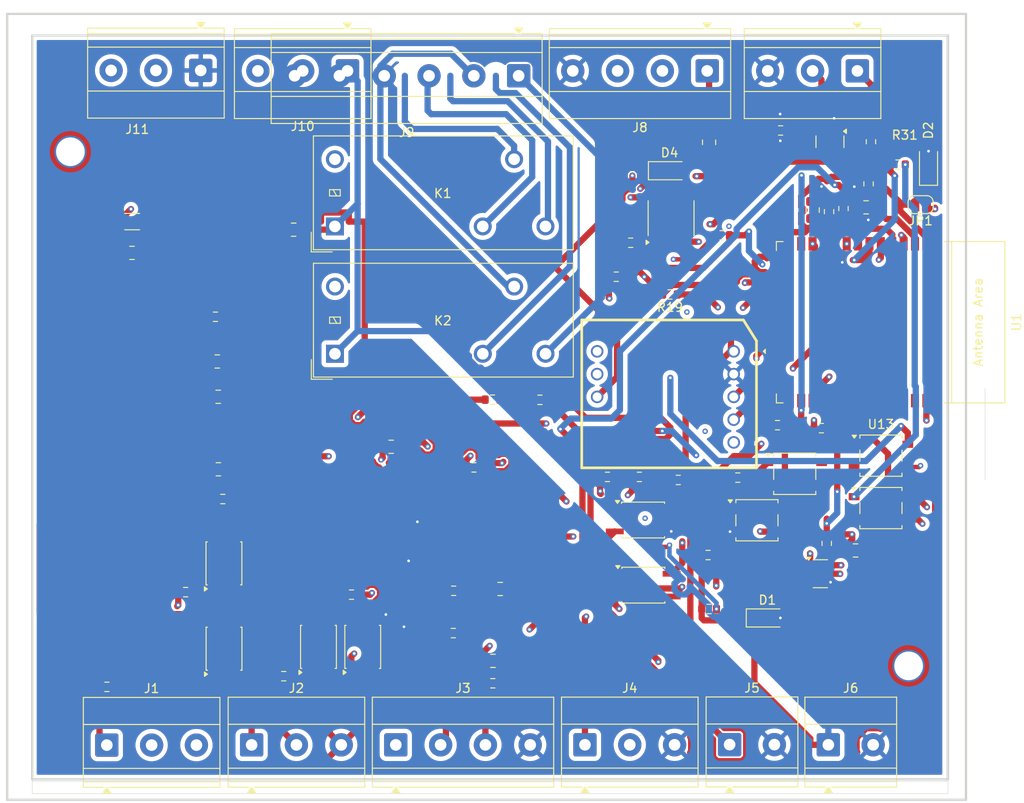
<source format=kicad_pcb>
(kicad_pcb (version 20241229) (generator "pcbnew") (generator_version "9.0")
  (layers (0 "F.Cu" signal) (4 "In1.Cu" signal) (6 "In2.Cu" signal) (2 "B.Cu" signal) (13 "F.Paste" user) (15 "B.Paste" user) (5 "F.SilkS" user "F.Silkscreen") (7 "B.SilkS" user "B.Silkscreen") (1 "F.Mask" user) (3 "B.Mask" user) (25 "Edge.Cuts" user))
  (net 0 "")
  (net 1 "GPIO1")
  (net 2 "+3.3V")
  (net 3 "/NIVARA_BOARD/VOLTAGE_AOUTPUT")
  (net 5 "/NIVARA_BOARD/mA_AOUTPUT+")
  (net 6 "/NIVARA_BOARD/+10V_AINPUT")
  (net 7 "/NIVARA_BOARD/+32V_AINPUT")
  (net 8 "GND")
  (net 11 "/NIVARA_BOARD/NPN_DOUTPUT_1")
  (net 12 "GPIO16")
  (net 14 "SPII06")
  (net 15 "/NIVARA_BOARD/NPN_DINPUT_1")
  (net 16 "Net-(U1-EN)")
  (net 18 "Net-(R10-Pad2)")
  (net 19 "Net-(U10-V5V)")
  (net 20 "/NIVARA_BOARD/PNP_DINPUT_0")
  (net 22 "Net-(R18-Pad2)")
  (net 23 "/NIVARA_BOARD/PNP_DINPUT_1")
  (net 24 "/NIVARA_BOARD/Modulo_RS485/~{TX}{slash}RX")
  (net 25 "GPIO48")
  (net 27 "/NIVARA_BOARD/NPN_DINPUT_0")
  (net 29 "GPIO47")
  (net 32 "Net-(R16-Pad2)")
  (net 34 "GPIO45")
  (net 38 "/NIVARA_BOARD/~{RUN}{slash}STOP")
  (net 39 "GPIO10")
  (net 41 "VCC")
  (net 42 "Net-(U2-SW)")
  (net 43 "Net-(U2-BST)")
  (net 44 "/NIVARA_BOARD/RS485_B")
  (net 46 "/NIVARA_BOARD/RS485_A")
  (net 47 "GPIO21")
  (net 48 "GPIO4")
  (net 49 "/NIVARA_BOARD/RL2_OUTPUT_NC")
  (net 50 "/NIVARA_BOARD/RL2_OUTPUT_NO")
  (net 51 "/NIVARA_BOARD/RL2_COM")
  (net 52 "/NIVARA_BOARD/RL1_OUTPUT_NC")
  (net 53 "GPIO5")
  (net 54 "/NIVARA_BOARD/RL1_COM")
  (net 55 "/NIVARA_BOARD/RL1_OUTPUT_NO")
  (net 56 "Net-(R27-Pad2)")
  (net 57 "GPIO8")
  (net 58 "GPIO9")
  (net 59 "Net-(D2-A1)")
  (net 60 "/NIVARA_BOARD/Entradas_NPN/NPN_Output0")
  (net 61 "GPIO6")
  (net 62 "GPIO7")
  (net 63 "Net-(R31-Pad2)")
  (net 64 "Net-(R9-Pad2)")
  (net 65 "/NIVARA_BOARD/Entradas_NPN/NPN_Output1")
  (net 66 "/NIVARA_BOARD/Salida_mA/mA_IN")
  (net 67 "GPIO38")
  (net 68 "Net-(R15-Pad2)")
  (net 69 "Net-(R17-Pad2)")
  (net 70 "Net-(K1-PadA2)")
  (net 71 "Net-(K2-PadA2)")
  (net 73 "GPIO15")
  (net 75 "Net-(U2-FB)")
  (net 76 "Net-(U3-B)")
  (net 77 "Net-(U3-A)")
  (net 78 "GPIO2")
  (net 79 "NPNIN_GND")
  (net 80 "GPIO3")
  (net 81 "/NIVARA_BOARD/NPN_DOUTPUT_0")
  (net 82 "GPIO46")
  (net 83 "/NIVARA_BOARD/DRY_DINPUT_0")
  (net 84 "/NIVARA_BOARD/DRY_DINPUT_1")
  (net 85 "PNPIN_GND")
  (net 86 "Net-(R26-Pad2)")
  (net 87 "/NIVARA_BOARD/PNP_DOUTPUT_0")
  (net 88 "Net-(R30-Pad2)")
  (net 89 "/NIVARA_BOARD/PNP_DOUTPUT_1")
  (footprint "Jumper:SolderJumper-2_P1.3mm_Open_RoundedPad1.0x1.5mm" (layer "F.Cu") (at 131.06 47.28 180)
    (property "Reference" "JP1")
    (property "Value" "SolderJumper_2_Open" (hide yes))
  )
  (footprint "PCM_Espressif:ESP32-S3-WROOM-1" (layer "F.Cu") (at 124.71 60.4 -90)
    (property "Reference" "U1")
    (property "Value" "ESP32-S3-WROOM-1" (hide yes))
  )
  (footprint "TerminalBlock_Phoenix:TerminalBlock_Phoenix_MKDS-1,5-6_1x06_P5.00mm_Horizontal" (layer "F.Cu") (at 86.2 32.9 180)
    (property "Reference" "J9")
    (property "Value" "Screw_Terminal_01x06")
  )
  (footprint "Capacitor_SMD:C_0805_2012Metric" (layer "F.Cu") (at 52.67 68.72 180)
    (property "Reference" "C5" (hide yes))
    (property "Value" "22uF")
  )
  (footprint "TerminalBlock_Phoenix:TerminalBlock_Phoenix_MKDS-1,5-3_1x03_P5.00mm_Horizontal" (layer "F.Cu") (at 124 32.35 180)
    (property "Reference" "J7" (hide yes))
    (property "Value" "Screw_Terminal_01x03" (hide yes))
  )
  (footprint "Capacitor_SMD:C_0805_2012Metric" (layer "F.Cu") (at 52.57 64.78 180)
    (property "Reference" "C6" (hide yes))
    (property "Value" "22uF")
  )
  (footprint "TerminalBlock_Phoenix:TerminalBlock_Phoenix_MKDS-1,5-3_1x03_P5.00mm_Horizontal" (layer "F.Cu") (at 40.24 107.59)
    (property "Reference" "J1")
    (property "Value" "Screw_Terminal_01x03" (hide yes))
  )
  (footprint "Resistor_SMD:R_0603_1608Metric" (layer "F.Cu") (at 110.65 77.74)
    (property "Reference" "R15" (hide yes))
    (property "Value" "100")
  )
  (footprint "Capacitor_SMD:C_0805_2012Metric" (layer "F.Cu") (at 52.69 76.81)
    (property "Reference" "C7" (hide yes))
    (property "Value" "100nF")
  )
  (footprint "Resistor_SMD:R_0603_1608Metric" (layer "F.Cu") (at 125.515 40.2525 90)
    (property "Reference" "R8" (hide yes))
    (property "Value" "120")
  )
  (footprint "Package_TO_SOT_SMD:SOT-23" (layer "F.Cu") (at 120.94 40.2525 -90)
    (property "Reference" "D3" (hide yes))
    (property "Value" "SM712_SOT23" (hide yes))
  )
  (footprint "TerminalBlock_Phoenix:TerminalBlock_Phoenix_MKDS-1,5-3_1x03_P5.00mm_Horizontal" (layer "F.Cu") (at 56.4 107.5675)
    (property "Reference" "J2")
    (property "Value" "Screw_Terminal_01x03" (hide yes))
  )
  (footprint "Resistor_SMD:R_0603_1608Metric" (layer "F.Cu") (at 125.25 44.955 -90)
    (property "Reference" "R4" (hide yes))
    (property "Value" "10k")
  )
  (footprint "Resistor_SMD:R_0603_1608Metric" (layer "F.Cu") (at 52.36 59.79)
    (property "Reference" "R5" (hide yes))
    (property "Value" "196k")
  )
  (footprint "Resistor_SMD:R_0603_1608Metric" (layer "F.Cu") (at 88.575 69.06)
    (property "Reference" "R1" (hide yes))
    (property "Value" "10k")
  )
  (footprint "Capacitor_SMD:C_0805_2012Metric" (layer "F.Cu") (at 83.33 98.19)
    (property "Reference" "C8" (hide yes))
    (property "Value" "100nF" (hide yes))
  )
  (footprint "Capacitor_SMD:C_0805_2012Metric" (layer "F.Cu") (at 123.8 85.87 180)
    (property "Reference" "C11" (hide yes))
    (property "Value" "1uF")
  )
  (footprint "Relay_THT:Relay_SPDT_Omron_G2RL-1" (layer "F.Cu") (at 65.6925 49.7075 90)
    (property "Reference" "K1")
    (property "Value" "G2RL-1" (hide yes))
  )
  (footprint "Resistor_SMD:R_0603_1608Metric" (layer "F.Cu") (at 104.01 78)
    (property "Reference" "R20" (hide yes))
    (property "Value" "412")
  )
  (footprint "Capacitor_SMD:C_0805_2012Metric" (layer "F.Cu") (at 71.97 74.3 180)
    (property "Reference" "C3" (hide yes))
    (property "Value" "100nF")
  )
  (footprint "Package_SO:SO-4_4.4x3.6mm_P2.54mm" (layer "F.Cu") (at 63.86 96.63 90)
    (property "Reference" "U12" (hide yes))
    (property "Value" "LTV-357TB" (hide yes))
  )
  (footprint "Riqi_Parts:eSOP-8" (layer "F.Cu") (at 100.082 49.154 90)
    (property "Reference" "U10" (hide yes))
    (property "Value" "~")
  )
  (footprint "Resistor_SMD:R_0603_1608Metric" (layer "F.Cu") (at 128.52 42.81)
    (property "Reference" "R31")
    (property "Value" "100")
  )
  (footprint "Package_SO:SO-4_4.4x4.3mm_P2.54mm" (layer "F.Cu") (at 112.79 82.5)
    (property "Reference" "U7" (hide yes))
    (property "Value" "~" (hide yes))
  )
  (footprint "TerminalBlock_Phoenix:TerminalBlock_Phoenix_MKDS-1,5-2_1x02_P5.00mm_Horizontal" (layer "F.Cu") (at 120.76 107.56)
    (property "Reference" "J6")
    (property "Value" "Screw_Terminal_01x02" (hide yes))
  )
  (footprint "Resistor_SMD:R_0603_1608Metric" (layer "F.Cu") (at 83.285 69.04)
    (property "Reference" "R12" (hide yes))
    (property "Value" "412")
  )
  (footprint "Resistor_SMD:R_0603_1608Metric" (layer "F.Cu") (at 83.315 100.69 180)
    (property "Reference" "R14" (hide yes))
    (property "Value" "120" (hide yes))
  )
  (footprint "Diode_SMD:D_SMF" (layer "F.Cu") (at 103.04 43.49)
    (property "Reference" "D4")
    (property "Value" "SMF24A" (hide yes))
  )
  (footprint "Resistor_SMD:R_0603_1608Metric" (layer "F.Cu") (at 78.945 90.37 180)
    (property "Reference" "R22" (hide yes))
    (property "Value" "13k")
  )
  (footprint "Diode_SMD:D_SMF" (layer "F.Cu") (at 113.96 93.4)
    (property "Reference" "D1")
    (property "Value" "SMF24A" (hide yes))
  )
  (footprint "Riqi_Parts:YLPTEC RSM3485ECHT" (layer "F.Cu") (at 112.74 60.15 180)
    (property "Reference" "U3" (hide yes))
    (property "Value" "~" (hide yes))
  )
  (footprint "TerminalBlock_Phoenix:TerminalBlock_Phoenix_MKDS-1,5-4_1x04_P5.00mm_Horizontal" (layer "F.Cu") (at 107.24 32.35 180)
    (property "Reference" "J8")
    (property "Value" "Screw_Terminal_01x04" (hide yes))
  )
  (footprint "Resistor_SMD:R_0603_1608Metric" (layer "F.Cu") (at 78.91 95.09)
    (property "Reference" "R21" (hide yes))
    (property "Value" "160k")
  )
  (footprint "MountingHole:MountingHole_3.2mm_M3_DIN965_Pad_TopOnly" (layer "F.Cu") (at 36.175 41.375)
    (property "Reference" "REF**" (hide yes))
    (property "Value" "MountingHole_3.2mm_M3_DIN965_Pad_TopOnly" (hide yes))
  )
  (footprint "Capacitor_SMD:C_0805_2012Metric" (layer "F.Cu") (at 61.09 50.07)
    (property "Reference" "C2" (hide yes))
    (property "Value" "10uF")
  )
  (footprint "Resistor_SMD:R_0603_1608Metric" (layer "F.Cu") (at 99.67 77.66)
    (property "Reference" "R28" (hide yes))
    (property "Value" "412")
  )
  (footprint "Resistor_SMD:R_0603_1608Metric" (layer "F.Cu") (at 97.09 55.32)
    (property "Reference" "R29" (hide yes))
    (property "Value" "412")
  )
  (footprint "Resistor_SMD:R_0603_1608Metric" (layer "F.Cu") (at 122.45 47.715 -90)
    (property "Reference" "R23" (hide yes))
    (property "Value" "51k")
  )
  (footprint "Capacitor_SMD:C_0805_2012Metric" (layer "F.Cu") (at 107.45 40.32 90)
    (property "Reference" "C12" (hide yes))
    (property "Value" "100nF")
  )
  (footprint "Package_SO:SO-4_4.4x3.6mm_P2.54mm" (layer "F.Cu") (at 68.8 96.63 90)
    (property "Reference" "U11" (hide yes))
    (property "Value" "LTV-357TB" (hide yes))
  )
  (footprint "Package_SO:SO-4_4.4x3.6mm_P2.54mm" (layer "F.Cu") (at 53.32 96.83 90)
    (property "Reference" "U4" (hide yes))
    (property "Value" "LTV-357TB" (hide yes))
  )
  (footprint "Package_SO:SO-4_4.4x4.3mm_P2.54mm" (layer "F.Cu") (at 126.63 81.14)
    (property "Reference" "U14" (hide yes))
    (property "Value" "~")
  )
  (footprint "Capacitor_SMD:C_0805_2012Metric" (layer "F.Cu") (at 84.14 90.17)
    (property "Reference" "C9" (hide yes))
    (property "Value" "100nF")
  )
  (footprint "Resistor_SMD:R_0603_1608Metric" (layer "F.Cu") (at 103.085 57.3 180)
    (property "Reference" "R19")
    (property "Value" "412")
  )
  (footprint "Resistor_SMD:R_0603_1608Metric" (layer "F.Cu") (at 53.185 80.13)
    (property "Reference" "R13" (hide yes))
    (property "Value" "120")
  )
  (footprint "Resistor_SMD:R_0603_1608Metric" (layer "F.Cu") (at 59.985 99.9)
    (property "Reference" "R27" (hide yes))
    (property "Value" "910")
  )
  (footprint "Capacitor_SMD:C_0805_2012Metric" (layer "F.Cu") (at 43.05 52.66)
    (property "Reference" "C4" (hide yes))
    (property "Value" "100pF")
  )
  (footprint "Package_SO:SO-4_4.4x3.6mm_P2.54mm" (layer "F.Cu") (at 100.12 89.74)
    (property "Reference" "U8" (hide yes))
    (property "Value" "LTV-357TB" (hide yes))
  )
  (footprint "Package_SO:SO-4_4.4x4.3mm_P2.54mm" (layer "F.Cu") (at 126.63 75.29)
    (property "Reference" "U13")
    (property "Value" "~")
  )
  (footprint "TerminalBlock_Phoenix:TerminalBlock_Phoenix_MKDS-1,5-3_1x03_P5.00mm_Horizontal" (layer "F.Cu") (at 50.72 32.3 180)
    (property "Reference" "J11")
    (property "Value" "Screw_Terminal_01x03" (hide yes))
  )
  (footprint "TerminalBlock_Phoenix:TerminalBlock_Phoenix_MKDS-1,5-4_1x04_P5.00mm_Horizontal" (layer "F.Cu") (at 72.49 107.5675)
    (property "Reference" "J3")
    (property "Value" "Screw_Terminal_01x04" (hide yes))
  )
  (footprint "Resistor_SMD:R_0603_1608Metric" (layer "F.Cu") (at 67.545 90.8)
    (property "Reference" "R26" (hide yes))
    (property "Value" "910")
  )
  (footprint "Resistor_SMD:R_0603_1608Metric" (layer "F.Cu") (at 40.25 101.09)
    (property "Reference" "R9" (hide yes))
    (property "Value" "910" (hide yes))
  )
  (footprint "TerminalBlock_Phoenix:TerminalBlock_Phoenix_MKDS-1,5-3_1x03_P5.00mm_Horizontal" (layer "F.Cu") (at 93.6 107.5575)
    (property "Reference" "J4")
    (property "Value" "Screw_Terminal_01x03" (hide yes))
  )
  (footprint "Relay_THT:Relay_SPDT_Omron_G2RL-1" (layer "F.Cu") (at 65.7 63.92 90)
    (property "Reference" "K2")
    (property "Value" "G2RL-1" (hide yes))
  )
  (footprint "Resistor_SMD:R_0603_1608Metric" (layer "F.Cu") (at 81.21 76.6)
    (property "Reference" "R6" (hide yes))
    (property "Value" "62k")
  )
  (footprint "Package_SO:SO-4_4.4x4.3mm_P2.54mm" (layer "F.Cu") (at 117.01 77.32)
    (property "Reference" "U6" (hide yes))
    (property "Value" "~")
  )
  (footprint "Package_SO:SO-4_4.4x3.6mm_P2.54mm" (layer "F.Cu") (at 100.08 82.4725)
    (property "Reference" "U9" (hide yes))
    (property "Value" "LTV-357TB" (hide yes))
  )
  (footprint "Resistor_SMD:R_0603_1608Metric" (layer "F.Cu") (at 108.895 50.7)
    (property "Reference" "R3" (hide yes))
    (property "Value" "4.7k")
  )
  (footprint "Diode_SMD:D_SMF" (layer "F.Cu") (at 131.94 42.7575 90)
    (property "Reference" "D2")
    (property "Value" "SMF24A" (hide yes))
  )
  (footprint "MountingHole:MountingHole_3.2mm_M3_DIN965_Pad_TopOnly" (layer "F.Cu") (at 129.72 98.75)
    (property "Reference" "REF**" (hide yes))
    (property "Value" "MountingHole_3.2mm_M3_DIN965_Pad_TopOnly" (hide yes))
  )
  (footprint "Resistor_SMD:R_0603_1608Metric" (layer "F.Cu") (at 107.34 86.38)
    (property "Reference" "R17" (hide yes))
    (property "Value" "910")
  )
  (footprint "Resistor_SMD:R_0603_1608Metric" (layer "F.Cu") (at 115.435 39)
    (property "Reference" "R7" (hide yes))
    (property "Value" "120")
  )
  (footprint "Resistor_SMD:R_0603_1608Metric" (layer "F.Cu") (at 96.11 77.66)
    (property "Reference" "R11" (hide yes))
    (property "Value" "412")
  )
  (footprint "TerminalBlock_Phoenix:TerminalBlock_Phoenix_MKDS-1,5-3_1x03_P5.00mm_Horizontal" (layer "F.Cu") (at 67.1 32.35 180)
    (property "Reference" "J10")
    (property "Value" "Screw_Terminal_01x03" (hide yes))
  )
  (footprint "Inductor_SMD:L_1206_3216Metric" (layer "F.Cu") (at 43.07 49.17 180)
    (property "Reference" "L1" (hide yes))
    (property "Value" "6.8uH")
  )
  (footprint "Package_SO:SO-4_4.4x3.6mm_P2.54mm" (layer "F.Cu") (at 53.31 87.31 90)
    (property "Reference" "U5" (hide yes))
    (property "Value" "LTV-357TB" (hide yes))
  )
  (footprint "Package_TO_SOT_SMD:TSOT-23-6" (layer "F.Cu") (at 119.87 88.465)
    (property "Reference" "U2" (hide yes))
    (property "Value" "AP63200WU" (hide yes))
  )
  (footprint "Resistor_SMD:R_0603_1608Metric" (layer "F.Cu") (at 120.58 85.08 -90)
    (property "Reference" "R25" (hide yes))
    (property "Value" "10k")
  )
  (footprint "Resistor_SMD:R_0603_1608Metric" (layer "F.Cu") (at 107.45 92.4)
    (property "Reference" "R18" (hide yes))
    (property "Value" "910")
  )
  (footprint "Resistor_SMD:R_0603_1608Metric" (layer "F.Cu") (at 98.705 51.53)
    (property "Reference" "R2" (hide yes))
    (property "Value" "4.7k")
  )
  (footprint "TerminalBlock_Phoenix:TerminalBlock_Phoenix_MKDS-1,5-2_1x02_P5.00mm_Horizontal" (layer "F.Cu") (at 109.74 107.5375)
    (property "Reference" "J5")
    (property "Value" "Screw_Terminal_01x02" (hide yes))
  )
  (footprint "Capacitor_SMD:C_0805_2012Metric" (layer "F.Cu") (at 119.01 47.88 90)
    (property "Reference" "C10" (hide yes))
    (property "Value" "100nF")
  )
  (footprint "Resistor_SMD:R_0603_1608Metric" (layer "F.Cu") (at 120.84 48.055 90)
    (property "Reference" "R24" (hide yes))
    (property "Value" "16k")
  )
  (footprint "Resistor_SMD:R_0603_1608Metric" (layer "F.Cu") (at 115.085 71.89)
    (property "Reference" "R16" (hide yes))
    (property "Value" "100")
  )
  (footprint "Resistor_SMD:R_0603_1608Metric" (layer "F.Cu") (at 49.035 90.52)
    (property "Reference" "R10" (hide yes))
    (property "Value" "910")
  )
  (footprint "Capacitor_SMD:C_0805_2012Metric" (layer "F.Cu") (at 124.97 47.58 180)
    (property "Reference" "C1" (hide yes))
    (property "Value" "1uF")
  )
  (footprint "Resistor_SMD:R_0603_1608Metric" (layer "F.Cu") (at 119.985 72.22)
    (property "Reference" "R30" (hide yes))
    (property "Value" "100")
  )
  (gr_line (start 134.114 28.404) (end 31.914 28.404) (stroke (width 0.25)) (layer "Edge.Cuts"))
  (gr_line (start 31.914 111.404) (end 134.114 111.404) (stroke (width 0.25)) (layer "Edge.Cuts"))
  (gr_line (start 138.25 67.75) (end 138.25 78) (stroke (width 0.05)) (layer "Edge.Cuts"))
  (gr_line (start 31.914 28.404) (end 31.914 111.404) (stroke (width 0.25)) (layer "Edge.Cuts"))
  (gr_line (start 136.12 25.99) (end 29.12 25.99) (stroke (width 0.25)) (layer "Edge.Cuts"))
  (gr_line (start 136.12 113.69) (end 136.12 25.99) (stroke (width 0.25)) (layer "Edge.Cuts"))
  (gr_rect (start 31.914 28.404) (end 133.98 111.64) (stroke (width 0.05)) (fill no) (layer "Edge.Cuts"))
  (gr_rect (start 31.914 28.404) (end 134.114 113) (stroke (width 0.05)) (fill no) (layer "Edge.Cuts"))
  (gr_rect (start 29.12 113.69) (end 136.12 113.69) (stroke (width 0.05)) (fill no) (layer "Edge.Cuts"))
  (gr_line (start 29.12 113.69) (end 136.12 113.69) (stroke (width 0.25)) (layer "Edge.Cuts"))
  (gr_line (start 134.114 111.404) (end 134.114 28.404) (stroke (width 0.25)) (layer "Edge.Cuts"))
  (gr_line (start 29.12 25.99) (end 29.12 113.69) (stroke (width 0.25)) (layer "Edge.Cuts"))
  (segment (start 131.7 69.15) (end 131.7 71.35) (width 0.7) (layer "F.Cu") (net 1))
  (segment (start 131.715 71.365) (end 131.72 71.37) (width 0.7) (layer "F.Cu") (net 1))
  (segment (start 131.7 71.35) (end 131.715 71.365) (width 0.7) (layer "F.Cu") (net 1))
  (segment (start 82.38 98.19) (end 82.38 97.1) (width 0.7) (layer "F.Cu") (net 1))
  (segment (start 82.38 100.58) (end 82.49 100.69) (width 0.7) (layer "F.Cu") (net 1))
  (segment (start 82.38 97.1) (end 82.97 96.51) (width 0.7) (layer "F.Cu") (net 1))
  (segment (start 82.49 107.5675) (end 82.49 100.69) (width 0.7) (layer "F.Cu") (net 1))
  (segment (start 82.38 98.19) (end 82.38 100.58) (width 0.7) (layer "F.Cu") (net 1))
  (via (at 131.715 71.365) (size 0.6) (drill 0.3) (layers "F.Cu" "B.Cu") (net 1))
  (via (at 82.97 96.51) (size 0.6) (drill 0.3) (layers "F.Cu" "B.Cu") (net 1))
  (segment (start 107.235 56.24) (end 107.5625 55.9125) (width 0.7) (layer "F.Cu") (net 2))
  (segment (start 124.012496 44.419) (end 123.307504 44.419) (width 0.7) (layer "F.Cu") (net 2))
  (segment (start 97.915 55.32) (end 98.86 55.32) (width 0.7) (layer "F.Cu") (net 2))
  (segment (start 108.07 50.7) (end 108.07 50.782785) (width 0.5) (layer "F.Cu") (net 2))
  (segment (start 109.89 63.58) (end 109.89 58.24) (width 0.7) (layer "F.Cu") (net 2))
  (segment (start 99.735 54.775) (end 102.26 57.3) (width 0.7) (layer "F.Cu") (net 2))
  (segment (start 113.047504 53.099) (end 112.549 53.597504) (width 0.7) (layer "F.Cu") (net 2))
  (segment (start 119.647504 44.399) (end 119.149 44.897504) (width 0.7) (layer "F.Cu") (net 2))
  (segment (start 124.658384 44.829) (end 124.511 44.976384) (width 0.7) (layer "F.Cu") (net 2))
  (segment (start 121.096794 44.18) (end 120.615145 44.661649) (width 0.7) (layer "F.Cu") (net 2))
  (segment (start 117.734 47.518712) (end 118.095288 47.88) (width 0.7) (layer "F.Cu") (net 2))
  (segment (start 112.549 53.597504) (end 112.549 54.302496) (width 0.7) (layer "F.Cu") (net 2))
  (segment (start 123.307504 44.419) (end 122.915355 44.811149) (width 0.7) (layer "F.Cu") (net 2))
  (segment (start 102.26 57.3) (end 103.32 56.24) (width 0.7) (layer "F.Cu") (net 2))
  (segment (start 117.734 49.418712) (end 118.196288 49.881) (width 0.7) (layer "F.Cu") (net 2))
  (segment (start 104.835 75.68) (end 104.835 78) (width 0.7) (layer "F.Cu") (net 2))
  (segment (start 93.68 71.07) (end 90.644 68.034) (width 0.7) (layer "F.Cu") (net 2))
  (segment (start 98.86 55.32) (end 99.405 54.775) (width 0.7) (layer "F.Cu") (net 2))
  (segment (start 88.776 68.034) (end 87.75 69.06) (width 0.7) (layer "F.Cu") (net 2))
  (segment (start 122.284206 44.18) (end 121.096794 44.18) (width 0.7) (layer "F.Cu") (net 2))
  (segment (start 113.699 54.801) (end 113.446 55.054) (width 0.7) (layer "F.Cu") (net 2))
  (segment (start 127.21 45.5) (end 126.276 45.5) (width 0.7) (layer "F.Cu") (net 2))
  (segment (start 97.88 52.92) (end 99.735 54.775) (width 0.7) (layer "F.Cu") (net 2))
  (segment (start 113.909 53.255504) (end 113.752496 53.099) (width 0.7) (layer "F.Cu") (net 2))
  (segment (start 99.405 54.775) (end 99.735 54.775) (width 0.7) (layer "F.Cu") (net 2))
  (segment (start 128.79 48.005) (end 128.79 47.08) (width 0.7) (layer "F.Cu") (net 2))
  (segment (start 130.41 47.28) (end 128.99 47.28) (width 0.7) (layer "F.Cu") (net 2))
  (segment (start 97.88 51.53) (end 97.88 52.92) (width 0.7) (layer "F.Cu") (net 2))
  (segment (start 113.752496 53.099) (end 113.047504 53.099) (width 0.7) (layer "F.Cu") (net 2))
  (segment (start 118.196288 45.879) (end 117.734 46.341288) (width 0.7) (layer "F.Cu") (net 2))
  (segment (start 115.459 52.414) (end 113.909 52.414) (width 0.7) (layer "F.Cu") (net 2))
  (segment (start 120.615145 44.661649) (end 120.352496 44.399) (width 0.7) (layer "F.Cu") (net 2))
  (segment (start 119.149 44.968214) (end 118.238215 45.879) (width 0.7) (layer "F.Cu") (net 2))
  (segment (start 100.495 77.66) (end 102.475 75.68) (width 0.7) (layer "F.Cu") (net 2))
  (segment (start 122.915355 44.811149) (end 122.284206 44.18) (width 0.7) (layer "F.Cu") (net 2))
  (segment (start 110.539001 55.646793) (end 110.539001 55.9125) (width 0.7) (layer "F.Cu") (net 2))
  (segment (start 87.75 69.06) (end 84.13 69.06) (width 0.7) (layer "F.Cu") (net 2))
  (segment (start 113.909 52.414) (end 113.909 53.255504) (width 0.7) (layer "F.Cu") (net 2))
  (segment (start 102.044206 71.07) (end 93.68 71.07) (width 0.7) (layer "F.Cu") (net 2))
  (segment (start 98.915 75.68) (end 102.475 75.68) (width 0.7) (layer "F.Cu") (net 2))
  (segment (start 131.7 50.915) (end 128.79 48.005) (width 0.7) (layer "F.Cu") (net 2))
  (segment (start 109.89 58.24) (end 107.5625 55.9125) (width 0.7) (layer "F.Cu") (net 2))
  (segment (start 118.095288 47.88) (end 117.734 48.241288) (width 0.7) (layer "F.Cu") (net 2))
  (segment (start 118.196288 49.881) (end 118.617214 49.881) (width 0.7) (layer "F.Cu") (net 2))
  (segment (start 103.136 72.161794) (end 102.044206 71.07) (width 0.7) (layer "F.Cu") (net 2))
  (segment (start 118.617214 49.882786) (end 118.151 50.349) (width 0.7) (layer "F.Cu") (net 2))
  (segment (start 102.475 75.68) (end 104.835 75.68) (width 0.7) (layer "F.Cu") (net 2))
  (segment (start 103.32 56.24) (end 107.235 56.24) (width 0.7) (layer "F.Cu") (net 2))
  (segment (start 90.644 68.034) (end 88.776 68.034) (width 0.7) (layer "F.Cu") (net 2))
  (segment (start 115.459 50.349) (end 115.459 52.414) (width 0.7) (layer "F.Cu") (net 2))
  (segment (start 111.131793 55.054001) (end 110.539001 55.646793) (width 0.7) (layer "F.Cu") (net 2))
  (segment (start 125.841616 44.829) (end 124.658384 44.829) (width 0.7) (layer "F.Cu") (net 2))
  (segment (start 109.89 63.58) (end 104.835 68.635) (width 0.7) (layer "F.Cu") (net 2))
  (segment (start 117.734 48.241288) (end 117.734 49.418712) (width 0.7) (layer "F.Cu") (net 2))
  (segment (start 124.511 44.976384) (end 124.511 44.917504) (width 0.7) (layer "F.Cu") (net 2))
  (segment (start 118.151 50.349) (end 115.459 50.349) (width 0.7) (layer "F.Cu") (net 2))
  (segment (start 113.446 55.054) (end 111.131793 55.054001) (width 0.7) (layer "F.Cu") (net 2))
  (segment (start 128.99 47.28) (end 128.79 47.08) (width 0.7) (layer "F.Cu") (net 2))
  (segment (start 118.238215 45.879) (end 118.196288 45.879) (width 0.7) (layer "F.Cu") (net 2))
  (segment (start 119.149 44.897504) (end 119.149 44.968214) (width 0.7) (layer "F.Cu") (net 2))
  (segment (start 96.935 77.66) (end 101.159 73.436) (width 0.7) (layer "F.Cu") (net 2))
  (segment (start 126.276 45.5) (end 126.276 45.263384) (width 0.7) (layer "F.Cu") (net 2))
  (segment (start 128.79 47.08) (end 127.21 45.5) (width 0.7) (layer "F.Cu") (net 2))
  (segment (start 112.549 54.302496) (end 113.047504 54.801) (width 0.7) (layer "F.Cu") (net 2))
  (segment (start 131.7 51.65) (end 131.7 50.915) (width 0.7) (layer "F.Cu") (net 2))
  (segment (start 117.734 46.341288) (end 117.734 47.518712) (width 0.7) (layer "F.Cu") (net 2))
  (segment (start 84.13 69.06) (end 84.11 69.04) (width 0.7) (layer "F.Cu") (net 2))
  (segment (start 118.617214 49.881) (end 118.617214 49.882786) (width 0.7) (layer "F.Cu") (net 2))
  (segment (start 124.511 44.917504) (end 124.012496 44.419) (width 0.7) (layer "F.Cu") (net 2))
  (segment (start 104.835 68.635) (end 104.835 75.68) (width 0.7) (layer "F.Cu") (net 2))
  (segment (start 105.472785 53.38) (end 103.47 53.38) (width 0.5) (layer "F.Cu") (net 2))
  (segment (start 103.136 72.908206) (end 103.136 72.161794) (width 0.7) (layer "F.Cu") (net 2))
  (segment (start 96.935 77.66) (end 98.915 75.68) (width 0.7) (layer "F.Cu") (net 2))
  (segment (start 101.159 73.436) (end 102.608206 73.436) (width 0.7) (layer "F.Cu") (net 2))
  (segment (start 126.276 45.263384) (end 125.841616 44.829) (width 0.7) (layer "F.Cu") (net 2))
  (segment (start 108.07 50.782785) (end 105.472785 53.38) (width 0.5) (layer "F.Cu") (net 2))
  (segment (start 110.539001 55.9125) (end 107.5625 55.9125) (width 0.7) (layer "F.Cu") (net 2))
  (segment (start 113.047504 54.801) (end 113.699 54.801) (width 0.7) (layer "F.Cu") (net 2))
  (segment (start 102.608206 73.436) (end 103.136 72.908206) (width 0.7) (layer "F.Cu") (net 2))
  (segment (start 120.352496 44.399) (end 119.647504 44.399) (width 0.7) (layer "F.Cu") (net 2))
  (via (at 103.47 53.38) (size 0.6) (drill 0.3) (layers "F.Cu" "B.Cu") (net 2))
  (via (at 100.22 55.33) (size 0.6) (drill 0.3) (layers "F.Cu" "B.Cu") (net 2))
  (segment (start 107.45 32.56) (end 107.24 32.35) (width 0.7) (layer "F.Cu") (net 3))
  (segment (start 101.59 41.53) (end 101.59 43.49) (width 0.7) (layer "F.Cu") (net 3))
  (segment (start 103.845 46.165) (end 103.845 45.340001) (width 0.7) (layer "F.Cu") (net 3))
  (segment (start 107.45 39.37) (end 103.75 39.37) (width 0.7) (layer "F.Cu") (net 3))
  (segment (start 103.75 39.37) (end 101.59 41.53) (width 0.7) (layer "F.Cu") (net 3))
  (segment (start 103.845 45.340001) (end 101.994999 43.49) (width 0.7) (layer "F.Cu") (net 3))
  (segment (start 101.994999 43.49) (end 101.59 43.49) (width 0.7) (layer "F.Cu") (net 3))
  (segment (start 107.45 39.37) (end 107.45 32.56) (width 0.7) (layer "F.Cu") (net 3))
  (segment (start 121.911 45.081) (end 121.47 45.081) (width 0.7) (layer "F.Cu") (net 6))
  (segment (start 122.3 45.47) (end 121.911 45.081) (width 0.7) (layer "F.Cu") (net 6))
  (segment (start 122.49 47.05) (end 122.49 45.66) (width 0.7) (layer "F.Cu") (net 6))
  (segment (start 93.319 88.781) (end 93.319 74.789) (width 0.7) (layer "F.Cu") (net 6))
  (segment (start 122.49 45.66) (end 122.3 45.47) (width 0.7) (layer "F.Cu") (net 6))
  (segment (start 87.41 94.69) (end 93.319 88.781) (width 0.7) (layer "F.Cu") (net 6))
  (segment (start 93.319 74.789) (end 90.86 72.33) (width 0.7) (layer "F.Cu") (net 6))
  (via (at 87.41 94.69) (size 0.6) (drill 0.3) (layers "F.Cu" "B.Cu") (net 6))
  (via (at 121.47 45.081) (size 0.6) (drill 0.3) (layers "F.Cu" "B.Cu") (net 6))
  (via (at 90.86 72.33) (size 0.6) (drill 0.3) (layers "F.Cu" "B.Cu") (net 6))
  (segment (start 110.521 50.619) (end 97.63 63.51) (width 0.7) (layer "B.Cu") (net 6))
  (segment (start 97.5 63.51) (end 97.5 70.19) (width 0.7) (layer "B.Cu") (net 6))
  (segment (start 97.63 63.51) (end 97.5 63.51) (width 0.7) (layer "B.Cu") (net 6))
  (segment (start 121.47 45.081) (end 119.498 43.109) (width 0.7) (layer "B.Cu") (net 6))
  (segment (start 91.99 71.15) (end 90.86 72.28) (width 0.7) (layer "B.Cu") (net 6))
  (segment (start 90.86 72.28) (end 90.86 72.33) (width 0.7) (layer "B.Cu") (net 6))
  (segment (start 119.498 43.109) (end 117.396794 43.109) (width 0.7) (layer "B.Cu") (net 6))
  (segment (start 96.54 71.15) (end 91.99 71.15) (width 0.7) (layer "B.Cu") (net 6))
  (segment (start 97.5 70.19) (end 96.54 71.15) (width 0.7) (layer "B.Cu") (net 6))
  (segment (start 110.521 49.984794) (end 110.521 50.619) (width 0.7) (layer "B.Cu") (net 6))
  (segment (start 117.396794 43.109) (end 110.521 49.984794) (width 0.7) (layer "B.Cu") (net 6))
  (segment (start 78.085 95.09) (end 78.085 106.9725) (width 0.7) (layer "F.Cu") (net 7))
  (segment (start 78.085 106.9725) (end 77.49 107.5675) (width 0.7) (layer "F.Cu") (net 7))
  (segment (start 120.94 38.1) (end 121.4 37.64) (width 0.5) (layer "F.Cu") (net 8))
  (segment (start 120.84 46.09) (end 120 45.25) (width 0.5) (layer "F.Cu") (net 8))
  (segment (start 119.01 46.24) (end 120 45.25) (width 0.5) (layer "F.Cu") (net 8))
  (segment (start 123.66 45.27) (end 123.64 45.25) (width 0.5) (layer "F.Cu") (net 8))
  (segment (start 121.4 37.64) (end 121.41 37.63) (width 0.5) (layer "F.Cu") (net 8))
  (segment (start 120.84 47.23) (end 120.84 46.09) (width 0.5) (layer "F.Cu") (net 8))
  (segment (start 120.94 41.19) (end 120.94 38.1) (width 0.5) (layer "F.Cu") (net 8))
  (segment (start 119.01 46.93) (end 119.01 46.24) (width 0.5) (layer "F.Cu") (net 8))
  (segment (start 124.02 47.58) (end 124.02 45.63) (width 0.5) (layer "F.Cu") (net 8))
  (segment (start 124.02 45.63) (end 123.66 45.27) (width 0.5) (layer "F.Cu") (net 8))
  (via (at 71.38 93.02) (size 0.6) (drill 0.3) (layers "F.Cu" "B.Cu") (net 8))
  (via (at 122.31 53.72) (size 0.6) (drill 0.3) (layers "F.Cu" "B.Cu") (net 8))
  (via (at 131.94 41.3075) (size 0.6) (drill 0.3) (layers "F.Cu" "B.Cu") (net 8))
  (via (at 103.23 83.7425) (size 0.6) (drill 0.3) (layers "F.Cu" "B.Cu") (net 8))
  (via (at 123.66 45.27) (size 0.6) (drill 0.3) (layers "F.Cu" "B.Cu") (net 8))
  (via (at 121.0075 89.415) (size 0.6) (drill 0.3) (layers "F.Cu" "B.Cu") (net 8))
  (via (at 73.92 87.03) (size 0.6) (drill 0.3) (layers "F.Cu" "B.Cu") (net 8))
  (via (at 73.4 94.38) (size 0.6) (drill 0.3) (layers "F.Cu" "B.Cu") (net 8))
  (via (at 120 45.25) (size 0.6) (drill 0.3) (layers "F.Cu" "B.Cu") (net 8))
  (via (at 115.38 37.17) (size 0.6) (drill 0.3) (layers "F.Cu" "B.Cu") (net 8))
  (via (at 121.4 37.64) (size 0.6) (drill 0.3) (layers "F.Cu" "B.Cu") (net 8))
  (via (at 109.79 83.77) (size 0.6) (drill 0.3) (layers "F.Cu" "B.Cu") (net 8))
  (via (at 125.22 48.98) (size 0.6) (drill 0.3) (layers "F.Cu" "B.Cu") (net 8))
  (via (at 115.41 93.4) (size 0.6) (drill 0.3) (layers "F.Cu" "B.Cu") (net 8))
  (via (at 115.4 40.15) (size 0.6) (drill 0.3) (layers "F.Cu" "B.Cu") (net 8))
  (via (at 74.9 82.67) (size 0.6) (drill 0.3) (layers "F.Cu" "B.Cu") (net 8))
  (segment (start 103.2575 83.77) (end 103.23 83.7425) (width 0.5) (layer "B.Cu") (net 8))
  (segment (start 109.79 83.77) (end 103.2575 83.77) (width 0.5) (layer "B.Cu") (net 8))
  (segment (start 101.305 53.395) (end 102.25 54.34) (width 0.7) (layer "F.Cu") (net 12))
  (segment (start 106.82 54.34) (end 109.72 51.44) (width 0.7) (layer "F.Cu") (net 12))
  (segment (start 105.01 54.34) (end 106.82 54.34) (width 0.7) (layer "F.Cu") (net 12))
  (segment (start 109.72 51.44) (end 109.72 50.7) (width 0.7) (layer "F.Cu") (net 12))
  (segment (start 99.53 51.53) (end 101.19 51.53) (width 0.7) (layer "F.Cu") (net 12))
  (segment (start 101.305 51.415) (end 101.305 53.395) (width 0.7) (layer "F.Cu") (net 12))
  (segment (start 111.5 50.7) (end 111.91 50.29) (width 0.7) (layer "F.Cu") (net 12))
  (segment (start 102.25 54.34) (end 105.01 54.34) (width 0.7) (layer "F.Cu") (net 12))
  (segment (start 109.72 50.7) (end 111.5 50.7) (width 0.7) (layer "F.Cu") (net 12))
  (segment (start 101.19 51.53) (end 101.305 51.415) (width 0.7) (layer "F.Cu") (net 12))
  (via (at 113.4 53.95) (size 0.6) (drill 0.3) (layers "F.Cu" "B.Cu") (net 12))
  (via (at 111.9 50.28) (size 0.6) (drill 0.3) (layers "F.Cu" "B.Cu") (net 12))
  (via (at 122.81 51.65) (size 0.6) (drill 0.3) (layers "F.Cu" "B.Cu") (net 12))
  (segment (start 113.4 53.95) (end 111.9 52.45) (width 0.7) (layer "B.Cu") (net 12))
  (segment (start 111.9 52.45) (end 111.9 50.28) (width 0.7) (layer "B.Cu") (net 12))
  (segment (start 117.73 70.93) (end 117.73 70.23) (width 0.7) (layer "F.Cu") (net 14))
  (segment (start 99.775 45.495) (end 99.77 45.5) (width 0.7) (layer "F.Cu") (net 14))
  (segment (start 102.575 46.165) (end 102.575 45.614478) (width 0.7) (layer "F.Cu") (net 14))
  (segment (start 120.58 82.85) (end 120.58 82.32) (width 0.7) (layer "F.Cu") (net 14))
  (segment (start 100.481 44.789) (end 99.775 45.495) (width 0.7) (layer "F.Cu") (net 14))
  (segment (start 121.75 79.31) (end 121.75 74.5) (width 0.7) (layer "F.Cu") (net 14))
  (segment (start 118.51 73.57) (end 117.72 72.78) (width 0.7) (layer "F.Cu") (net 14))
  (segment (start 102.575 45.614478) (end 101.749522 44.789) (width 0.7) (layer "F.Cu") (net 14))
  (segment (start 100.860478 44.789) (end 100.481 44.789) (width 0.7) (layer "F.Cu") (net 14))
  (segment (start 117.72 72.78) (end 117.72 70.94) (width 0.7) (layer "F.Cu") (net 14))
  (segment (start 120.58 84.255) (end 120.58 82.85) (width 0.7) (layer "F.Cu") (net 14))
  (segment (start 121.75 74.5) (end 120.82 73.57) (width 0.7) (layer "F.Cu") (net 14))
  (segment (start 117.73 70.23) (end 117.73 69.15) (width 0.7) (layer "F.Cu") (net 14))
  (segment (start 101.749522 44.789) (end 100.860478 44.789) (width 0.7) (layer "F.Cu") (net 14))
  (segment (start 120.82 73.57) (end 118.51 73.57) (width 0.7) (layer "F.Cu") (net 14))
  (via (at 120.58 82.85) (size 0.6) (drill 0.3) (layers "F.Cu" "B.Cu") (net 14))
  (via (at 117.73 70.23) (size 0.6) (drill 0.3) (layers "F.Cu" "B.Cu") (net 14))
  (via (at 99.775 45.495) (size 0.6) (drill 0.3) (layers "F.Cu" "B.Cu") (net 14))
  (via (at 121.75 79.31) (size 0.6) (drill 0.3) (layers "F.Cu" "B.Cu") (net 14))
  (via (at 117.77 44.01) (size 0.6) (drill 0.3) (layers "F.Cu" "B.Cu") (net 14))
  (segment (start 121.75 79.31) (end 121.75 81.68) (width 0.7) (layer "B.Cu") (net 14))
  (segment (start 117.77 70.19) (end 117.73 70.23) (width 0.7) (layer "B.Cu") (net 14))
  (segment (start 121.75 81.68) (end 120.58 82.85) (width 0.7) (layer "B.Cu") (net 14))
  (segment (start 117.77 44.01) (end 117.77 70.19) (width 0.7) (layer "B.Cu") (net 14))
  (segment (start 48.21 90.52) (end 48.21 91.97) (width 0.7) (layer "F.Cu") (net 15))
  (segment (start 48.21 91.97) (end 48.1 92.08) (width 0.7) (layer "F.Cu") (net 15))
  (via (at 48.21 91.97) (size 0.6) (drill 0.3) (layers "F.Cu" "B.Cu") (net 15))
  (segment (start 127.22 48.88) (end 128.390794 48.88) (width 0.7) (layer "F.Cu") (net 16))
  (segment (start 125.25 45.78) (end 125.25 46.91) (width 0.7) (layer "F.Cu") (net 16))
  (segment (start 128.390794 48.88) (end 130.43 50.919206) (width 0.7) (layer "F.Cu") (net 16))
  (segment (start 130.43 50.919206) (end 130.43 51.65) (width 0.7) (layer "F.Cu") (net 16))
  (segment (start 125.92 47.58) (end 127.22 48.88) (width 0.7) (layer "F.Cu") (net 16))
  (segment (start 125.25 46.91) (end 125.92 47.58) (width 0.7) (layer "F.Cu") (net 16))
  (segment (start 51.98 90.52) (end 52.04 90.46) (width 0.7) (layer "F.Cu") (net 18))
  (segment (start 49.86 90.52) (end 51.98 90.52) (width 0.7) (layer "F.Cu") (net 18))
  (segment (start 122.85 85.2) (end 122.85 85.87) (width 0.7) (layer "F.Cu") (net 19))
  (segment (start 101.005001 46.464999) (end 98.684999 46.464999) (width 0.7) (layer "F.Cu") (net 19))
  (segment (start 122.415 84.07) (end 123.4 84.07) (width 0.7) (layer "F.Cu") (net 19))
  (segment (start 123.4 84.07) (end 123.42 84.09) (width 0.7) (layer "F.Cu") (net 19))
  (segment (start 120.58 85.905) (end 122.415 84.07) (width 0.7) (layer "F.Cu") (net 19))
  (segment (start 101.305 46.165) (end 101.005001 46.464999) (width 0.7) (layer "F.Cu") (net 19))
  (segment (start 123.42 84.09) (end 123.42 84.63) (width 0.7) (layer "F.Cu") (net 19))
  (segment (start 123.42 84.63) (end 122.85 85.2) (width 0.7) (layer "F.Cu") (net 19))
  (via (at 98.684999 46.464999) (size 0.6) (drill 0.3) (layers "F.Cu" "B.Cu") (net 19))
  (via (at 123.4 84.07) (size 0.6) (drill 0.3) (layers "F.Cu" "B.Cu") (net 19))
  (via (at 109.67 49.69) (size 0.6) (drill 0.3) (layers "F.Cu" "B.Cu") (net 19))
  (segment (start 56.4 97.248) (end 62.848 90.8) (width 0.7) (layer "F.Cu") (net 20))
  (segment (start 56.4 107.5675) (end 56.4 97.248) (width 0.7) (layer "F.Cu") (net 20))
  (segment (start 62.848 90.8) (end 66.72 90.8) (width 0.7) (layer "F.Cu") (net 20))
  (segment (start 102.838 85.472) (end 103.03 85.28) (width 0.5) (layer "F.Cu") (net 22))
  (segment (start 103.03 85.28) (end 103.08 85.23) (width 0.5) (layer "F.Cu") (net 22))
  (segment (start 101.1995 85.472) (end 102.838 85.472) (width 0.5) (layer "F.Cu") (net 22))
  (segment (start 96.93 81.2025) (end 101.1995 85.472) (width 0.5) (layer "F.Cu") (net 22))
  (via (at 103.03 85.28) (size 0.6) (drill 0.3) (layers "F.Cu" "B.Cu") (net 22))
  (via (at 108.275 92.4) (size 0.6) (drill 0.3) (layers "F.Cu" "B.Cu") (net 22))
  (segment (start 103.03 86.47) (end 108.275 91.715) (width 0.5) (layer "B.Cu") (net 22))
  (segment (start 108.275 91.715) (end 108.275 92.4) (width 0.5) (layer "B.Cu") (net 22))
  (segment (start 103.03 85.28) (end 103.03 86.47) (width 0.5) (layer "B.Cu") (net 22))
  (segment (start 59.16 105.3275) (end 59.16 99.9) (width 0.7) (layer "F.Cu") (net 23))
  (segment (start 61.4 107.5675) (end 59.16 105.3275) (width 0.7) (layer "F.Cu") (net 23))
  (segment (start 111.92 69.55) (end 111.92 68.373) (width 0.7) (layer "F.Cu") (net 25))
  (segment (start 110.2 71.27) (end 111.92 69.55) (width 0.7) (layer "F.Cu") (net 25))
  (segment (start 111.92 68.373) (end 114.178 66.115) (width 0.7) (layer "F.Cu") (net 25))
  (segment (start 114.178 66.115) (end 115.21 66.115) (width 0.7) (layer "F.Cu") (net 25))
  (segment (start 39.425 101.09) (end 39.425 106.775) (width 0.7) (layer "F.Cu") (net 27))
  (segment (start 39.425 106.775) (end 40.24 107.59) (width 0.7) (layer "F.Cu") (net 27))
  (segment (start 115.21 64.845) (end 113.885 64.845) (width 0.7) (layer "F.Cu") (net 29))
  (segment (start 110.2 68.73) (end 113.81 65.12) (width 0.7) (layer "F.Cu") (net 29))
  (segment (start 113.81 65.12) (end 113.81 64.92) (width 0.7) (layer "F.Cu") (net 29))
  (segment (start 113.885 64.845) (end 113.81 64.92) (width 0.7) (layer "F.Cu") (net 29))
  (segment (start 113.472 81.23) (end 109.79 81.23) (width 0.7) (layer "F.Cu") (net 32))
  (segment (start 115.91 71.89) (end 115.91 78.792) (width 0.7) (layer "F.Cu") (net 32))
  (segment (start 115.91 78.792) (end 113.472 81.23) (width 0.7) (layer "F.Cu") (net 32))
  (segment (start 114.26 71.89) (end 114.26 68.335) (width 0.7) (layer "F.Cu") (net 34))
  (segment (start 114.26 68.335) (end 115.21 67.385) (width 0.7) (layer "F.Cu") (net 34))
  (segment (start 109.74 107.5375) (end 94.22 92.0175) (width 0.7) (layer "F.Cu") (net 38))
  (segment (start 94.22 92.0175) (end 94.22 73.88) (width 0.7) (layer "F.Cu") (net 38))
  (segment (start 94.22 73.88) (end 92.66 72.32) (width 0.7) (layer "F.Cu") (net 38))
  (segment (start 119 69.15) (end 119 68.34) (width 0.7) (layer "F.Cu") (net 38))
  (segment (start 120.845 66.495) (end 120.88 66.46) (width 0.7) (layer "F.Cu") (net 38))
  (segment (start 119 68.34) (end 120.845 66.495) (width 0.7) (layer "F.Cu") (net 38))
  (segment (start 92.66 72.32) (end 92.875 72.535) (width 0.7) (layer "F.Cu") (net 38))
  (segment (start 92.875 72.535) (end 101.13 72.535) (width 0.7) (layer "F.Cu") (net 38))
  (segment (start 102.235 72.535) (end 101.13 72.535) (width 0.7) (layer "F.Cu") (net 38))
  (segment (start 92.66 72.32) (end 89.4 69.06) (width 0.7) (layer "F.Cu") (net 38))
  (via (at 120.845 66.495) (size 0.6) (drill 0.3) (layers "F.Cu" "B.Cu") (net 38))
  (via (at 107.01 72.57) (size 0.6) (drill 0.3) (layers "F.Cu" "B.Cu") (net 38))
  (via (at 102.235 72.535) (size 0.6) (drill 0.3) (layers "F.Cu" "B.Cu") (net 38))
  (via (at 106.02 75.25) (size 0.6) (drill 0.3) (layers "F.Cu" "B.Cu") (net 38))
  (segment (start 102.235 72.535) (end 103.305 72.535) (width 0.7) (layer "B.Cu") (net 38))
  (segment (start 103.305 72.535) (end 106.02 75.25) (width 0.7) (layer "B.Cu") (net 38))
  (segment (start 115.21 57.225) (end 112.805 57.225) (width 0.7) (layer "F.Cu") (net 39))
  (segment (start 103.27 88.47) (end 104.459 87.281) (width 0.7) (layer "F.Cu") (net 39))
  (segment (start 112.805 57.225) (end 111.23 58.8) (width 0.7) (layer "F.Cu") (net 39))
  (segment (start 107 57.3) (end 108.44 58.74) (width 0.7) (layer "F.Cu") (net 39))
  (segment (start 103.91 57.3) (end 107 57.3) (width 0.7) (layer "F.Cu") (net 39))
  (segment (start 104.459 85.02) (end 104.459 84.85) (width 0.7) (layer "F.Cu") (net 39))
  (segment (start 104.459 87.281) (end 104.459 85.02) (width 0.7) (layer "F.Cu") (net 39))
  (via (at 108.44 58.74) (size 0.6) (drill 0.3) (layers "F.Cu" "B.Cu") (net 39))
  (via (at 111.23 58.8) (size 0.6) (drill 0.3) (layers "F.Cu" "B.Cu") (net 39))
  (via (at 104.459 85.02) (size 0.6) (drill 0.3) (layers "F.Cu" "B.Cu") (net 39))
  (segment (start 112.24 93.67) (end 106.88 93.67) (width 0.7) (layer "F.Cu") (net 41))
  (segment (start 105.115 51.415) (end 106.305 51.415) (width 0.7) (layer "F.Cu") (net 41))
  (segment (start 129.63 84.6) (end 123.24 90.99) (width 0.7) (layer "F.Cu") (net 41))
  (segment (start 65.33 50.07) (end 65.6925 49.7075) (width 0.7) (layer "F.Cu") (net 41))
  (segment (start 118.751 106.876794) (end 112.51 100.635794) (width 0.7) (layer "F.Cu") (net 41))
  (segment (start 112.51 93.4) (end 116.495 89.415) (width 0.7) (layer "F.Cu") (net 41))
  (segment (start 118.7325 88.465) (end 118.7325 89.415) (width 0.7) (layer "F.Cu") (net 41))
  (segment (start 129.63 82.41) (end 129.63 84.6) (width 0.7) (layer "F.Cu") (net 41))
  (segment (start 129.63 82.41) (end 130.78 82.41) (width 0.7) (layer "F.Cu") (net 41))
  (segment (start 106.88 93.67) (end 106.625 93.415) (width 0.7) (layer "F.Cu") (net 41))
  (segment (start 130.78 82.41) (end 131.26 82.89) (width 0.7) (layer "F.Cu") (net 41))
  (segment (start 130.89 76.56) (end 131.05 76.4) (width 0.5) (layer "F.Cu") (net 41))
  (segment (start 112.51 100.635794) (end 112.51 93.4) (width 0.7) (layer "F.Cu") (net 41))
  (segment (start 120.3075 90.99) (end 118.7325 89.415) (width 0.7) (layer "F.Cu") (net 41))
  (segment (start 120.76 107.56) (end 118.751 107.56) (width 0.7) (layer "F.Cu") (net 41))
  (segment (start 106.625 92.4) (end 106.625 86.49) (width 0.7) (layer "F.Cu") (net 41))
  (segment (start 112.51 93.4) (end 112.24 93.67) (width 0.7) (layer "F.Cu") (net 41))
  (segment (start 129.63 76.56) (end 130.89 76.56) (width 0.5) (layer "F.Cu") (net 41))
  (segment (start 106.625 86.49) (end 106.515 86.38) (width 0.7) (layer "F.Cu") (net 41))
  (segment (start 62.04 50.07) (end 65.33 50.07) (width 0.7) (layer "F.Cu") (net 41))
  (segment (start 116.495 89.415) (end 118.7325 89.415) (width 0.7) (layer "F.Cu") (net 41))
  (segment (start 118.751 107.56) (end 118.751 106.876794) (width 0.7) (layer "F.Cu") (net 41))
  (segment (start 106.625 93.415) (end 106.625 92.4) (width 0.7) (layer "F.Cu") (net 41))
  (segment (start 123.24 90.99) (end 120.3075 90.99) (width 0.7) (layer "F.Cu") (net 41))
  (via (at 106.305 51.415) (size 0.6) (drill 0.3) (layers "F.Cu" "B.Cu") (net 41))
  (via (at 131.05 76.4) (size 0.6) (drill 0.3) (layers "F.Cu" "B.Cu") (net 41))
  (via (at 131.26 82.89) (size 0.6) (drill 0.3) (layers "F.Cu" "B.Cu") (net 41))
  (segment (start 105.291 90.282496) (end 104.792496 90.781) (width 0.7) (layer "B.Cu") (net 41))
  (segment (start 104.506215 89.079) (end 102.229 86.801785) (width 0.7) (layer "B.Cu") (net 41))
  (segment (start 107.449359 92.022145) (end 105.291 89.863786) (width 0.7) (layer "B.Cu") (net 41))
  (segment (start 94.928252 78.428252) (end 89.051 72.551) (width 0.7) (layer "B.Cu") (net 41))
  (segment (start 104.087504 90.781) (end 103.589 90.282496) (width 0.7) (layer "B.Cu") (net 41))
  (segment (start 88.937504 72.551) (end 88.439 72.052496) (width 0.7) (layer "B.Cu") (net 41))
  (segment (start 65.6925 49.7075) (end 68.23 47.17) (width 0.7) (layer "B.Cu") (net 41))
  (segment (start 96.161 78.897504) (end 95.662496 78.399) (width 0.7) (layer "B.Cu") (net 41))
  (segment (start 68.23 33.48) (end 67.1 32.35) (width 0.7) (layer "B.Cu") (net 41))
  (segment (start 80.649 64.562446) (end 80.649 64.149) (width 0.7) (layer "B.Cu") (net 41))
  (segment (start 81.971 65.471) (end 81.557554 65.471) (width 0.7) (layer "B.Cu") (net 41))
  (segment (start 88.439 71.939) (end 81.971 65.471) (width 0.7) (layer "B.Cu") (net 41))
  (segment (start 103.589 89.577504) (end 104.087504 89.079) (width 0.7) (layer "B.Cu") (net 41))
  (segment (start 96.161 79.602496) (end 96.161 78.897504) (width 0.7) (layer "B.Cu") (net 41))
  (segment (start 88.439 72.052496) (end 88.439 71.939) (width 0.7) (layer "B.Cu") (net 41))
  (segment (start 105.291 89.863786) (end 105.291 90.282496) (width 0.7) (layer "B.Cu") (net 41))
  (segment (start 95.662496 78.399) (end 94.957504 78.399) (width 0.7) (layer "B.Cu") (net 41))
  (segment (start 68.23 61.39) (end 68.23 47.17) (width 0.7) (layer "B.Cu") (net 41))
  (segment (start 107.424 92.752496) (end 107.424 92.047504) (width 0.7) (layer "B.Cu") (net 41))
  (segment (start 104.087504 89.079) (end 104.506215 89.079) (width 0.7) (layer "B.Cu") (net 41))
  (segment (start 102.229 85.729) (end 96.131748 79.631748) (width 0.7) (layer "B.Cu") (net 41))
  (segment (start 81.557554 65.471) (end 80.649 64.562446) (width 0.7) (layer "B.Cu") (net 41))
  (segment (start 94.957504 78.399) (end 94.928252 78.428252) (width 0.7) (layer "B.Cu") (net 41))
  (segment (start 108.627496 93.251) (end 107.922504 93.251) (width 0.7) (layer "B.Cu") (net 41))
  (segment (start 107.424 92.047504) (end 107.449359 92.022145) (width 0.7) (layer "B.Cu") (net 41))
  (segment (start 65.7 63.92) (end 68.23 61.39) (width 0.7) (layer "B.Cu") (net 41))
  (segment (start 107.922504 93.251) (end 107.424 92.752496) (width 0.7) (layer "B.Cu") (net 41))
  (segment (start 77.89 61.39) (end 68.23 61.39) (width 0.7) (layer "B.Cu") (net 41))
  (segment (start 102.229 86.801785) (end 102.229 85.729) (width 0.7) (layer "B.Cu") (net 41))
  (segment (start 120.76 104.26) (end 109.126 92.626) (width 0.7) (layer "B.Cu") (net 41))
  (segment (start 89.051 72.551) (end 88.937504 72.551) (width 0.7) (layer "B.Cu") (net 41))
  (segment (start 80.649 64.149) (end 77.89 61.39) (width 0.7) (layer "B.Cu") (net 41))
  (segment (start 120.76 107.56) (end 120.76 104.26) (width 0.7) (layer "B.Cu") (net 41))
  (segment (start 96.131748 79.631748) (end 96.161 79.602496) (width 0.7) (layer "B.Cu") (net 41))
  (segment (start 109.126 92.752496) (end 108.627496 93.251) (width 0.7) (layer "B.Cu") (net 41))
  (segment (start 109.126 92.626) (end 109.126 92.752496) (width 0.7) (layer "B.Cu") (net 41))
  (segment (start 104.792496 90.781) (end 104.087504 90.781) (width 0.7) (layer "B.Cu") (net 41))
  (segment (start 68.23 47.17) (end 68.23 33.48) (width 0.7) (layer "B.Cu") (net 41))
  (segment (start 103.589 90.282496) (end 103.589 89.577504) (width 0.7) (layer "B.Cu") (net 41))
  (segment (start 69.02 71.504206) (end 68.633207 71.890999) (width 0.7) (layer "F.Cu") (net 42))
  (segment (start 62.628712 48.794) (end 61.451288 48.794) (width 0.7) (layer "F.Cu") (net 42))
  (segment (start 67.359001 71.363207) (end 67.359001 70.616793) (width 0.7) (layer "F.Cu") (net 42))
  (segment (start 71.02 74.3) (end 71.02 75.529) (width 0.7) (layer "F.Cu") (net 42))
  (segment (start 121.0075 88.465) (end 122.065 88.465) (width 0.7) (layer "F.Cu") (net 42))
  (segment (start 59.175288 49.17) (end 44.645 49.17) (width 0.7) (layer "F.Cu") (net 42))
  (segment (start 67.886793 71.890999) (end 67.359001 71.363207) (width 0.7) (layer "F.Cu") (net 42))
  (segment (start 71.02 75.529) (end 70.85 75.699) (width 0.7) (layer "F.Cu") (net 42))
  (segment (start 61.09 49.155288) (end 60.728712 48.794) (width 0.7) (layer "F.Cu") (net 42))
  (segment (start 64.1415 48.1565) (end 64.1415 49.169) (width 0.7) (layer "F.Cu") (net 42))
  (segment (start 69.02 72.27) (end 69.02 71.504206) (width 0.7) (layer "F.Cu") (net 42))
  (segment (start 59.551288 48.794) (end 59.175288 49.17) (width 0.7) (layer "F.Cu") (net 42))
  (segment (start 64.1415 49.169) (end 63.003712 49.169) (width 0.7) (layer "F.Cu") (net 42))
  (segment (start 69.02 49.17) (end 67.2435 49.17) (width 0.7) (layer "F.Cu") (net 42))
  (segment (start 67.359001 70.616793) (end 69.02 68.955794) (width 0.7) (layer "F.Cu") (net 42))
  (segment (start 68.633207 71.890999) (end 67.886793 71.890999) (width 0.7) (layer "F.Cu") (net 42))
  (segment (start 67.2435 49.17) (end 67.2435 48.1565) (width 0.7) (layer "F.Cu") (net 42))
  (segment (start 67.2435 48.1565) (end 64.1415 48.1565) (width 0.7) (layer "F.Cu") (net 42))
  (segment (start 60.728712 48.794) (end 59.551288 48.794) (width 0.7) (layer "F.Cu") (net 42))
  (segment (start 61.451288 48.794) (end 61.09 49.155288) (width 0.7) (layer "F.Cu") (net 42))
  (segment (start 69.02 68.955794) (end 69.02 49.17) (width 0.7) (layer "F.Cu") (net 42))
  (segment (start 71.02 74.27) (end 69.02 72.27) (width 0.7) (layer "F.Cu") (net 42))
  (segment (start 122.065 88.465) (end 122.09 88.49) (width 0.7) (layer "F.Cu") (net 42))
  (segment (start 71.02 74.3) (end 71.02 74.27) (width 0.7) (layer "F.Cu") (net 42))
  (segment (start 63.003712 49.169) (end 62.628712 48.794) (width 0.7) (layer "F.Cu") (net 42))
  (via (at 70.85 75.75) (size 0.6) (drill 0.3) (layers "F.Cu" "B.Cu") (net 42))
  (via (at 122.09 88.49) (size 0.6) (drill 0.3) (layers "F.Cu" "B.Cu") (net 42))
  (segment (start 72.92 74.3) (end 73.419938 73.800062) (width 0.7) (layer "F.Cu") (net 43))
  (segment (start 122.205 87.515) (end 122.21 87.51) (width 0.7) (layer "F.Cu") (net 43))
  (segment (start 122.17 87.515) (end 122.205 87.515) (width 0.7) (layer "F.Cu") (net 43))
  (segment (start 121.0075 87.515) (end 122.17 87.515) (width 0.7) (layer "F.Cu") (net 43))
  (segment (start 73.419938 73.800062) (end 75.580062 73.800062) (width 0.7) (layer "F.Cu") (net 43))
  (segment (start 75.580062 73.800062) (end 76.05 74.27) (width 0.7) (layer "F.Cu") (net 43))
  (via (at 122.17 87.515) (size 0.6) (drill 0.3) (layers "F.Cu" "B.Cu") (net 43))
  (via (at 76.05 74.27) (size 0.6) (drill 0.3) (layers "F.Cu" "B.Cu") (net 43))
  (segment (start 119.99 33.34) (end 119 32.35) (width 0.7) (layer "F.Cu") (net 44))
  (segment (start 116.45 39) (end 118.27 40.82) (width 0.7) (layer "F.Cu") (net 44))
  (segment (start 116.26 39) (end 116.45 39) (width 0.7) (layer "F.Cu") (net 44))
  (segment (start 118.485 40.82) (end 119.99 39.315) (width 0.7) (layer "F.Cu") (net 44))
  (segment (start 118.27 40.82) (end 118.485 40.82) (width 0.7) (layer "F.Cu") (net 44))
  (segment (start 119.99 39.315) (end 119.99 33.34) (width 0.7) (layer "F.Cu") (net 44))
  (segment (start 121.89 39.315) (end 125.4025 39.315) (width 0.7) (layer "F.Cu") (net 46))
  (segment (start 125.515 39.4275) (end 125.515 33.865) (width 0.7) (layer "F.Cu") (net 46))
  (segment (start 125.4025 39.315) (end 125.515 39.4275) (width 0.7) (layer "F.Cu") (net 46))
  (segment (start 125.515 33.865) (end 124 32.35) (width 0.7) (layer "F.Cu") (net 46))
  (segment (start 103.23 78.045) (end 103.185 78) (width 0.7) (layer "F.Cu") (net 47))
  (segment (start 111.91 75.34) (end 113.29 73.96) (width 0.7) (layer "F.Cu") (net 47))
  (segment (start 103.23 81.2025) (end 103.23 78.045) (width 0.7) (layer "F.Cu") (net 47))
  (segment (start 109.6 75.96) (end 109.6 75.95) (width 0.7) (layer "F.Cu") (net 47))
  (segment (start 113.315 63.575) (end 115.21 63.575) (width 0.7) (layer "F.Cu") (net 47))
  (segment (start 103.185 78.625) (end 103.79 79.23) (width 0.7) (layer "F.Cu") (net 47))
  (segment (start 110.21 75.34) (end 111.91 75.34) (width 0.7) (layer "F.Cu") (net 47))
  (segment (start 109.6 75.95) (end 110.21 75.34) (width 0.7) (layer "F.Cu") (net 47))
  (segment (start 103.79 79.23) (end 106.33 79.23) (width 0.7) (layer "F.Cu") (net 47))
  (segment (start 106.33 79.23) (end 109.6 75.96) (width 0.7) (layer "F.Cu") (net 47))
  (segment (start 103.185 78) (end 103.185 78.625) (width 0.7) (layer "F.Cu") (net 47))
  (segment (start 112.73 64.16) (end 113.315 63.575) (width 0.7) (layer "F.Cu") (net 47))
  (segment (start 112.74 64.44) (end 112.73 64.43) (width 0.7) (layer "F.Cu") (net 47))
  (segment (start 112.73 64.43) (end 112.73 64.16) (width 0.7) (layer "F.Cu") (net 47))
  (via (at 113.29 73.96) (size 0.6) (drill 0.3) (layers "F.Cu" "B.Cu") (net 47))
  (via (at 112.74 64.44) (size 0.6) (drill 0.3) (layers "F.Cu" "B.Cu") (net 47))
  (segment (start 129.16 50.923412) (end 128.908294 50.671706) (width 0.7) (layer "F.Cu") (net 48))
  (segment (start 89.05 84.31) (end 92.3 84.31) (width 0.7) (layer "F.Cu") (net 48))
  (segment (start 82.85 89.83) (end 83.19 90.17) (width 0.7) (layer "F.Cu") (net 48))
  (segment (start 79.795 95.03) (end 79.735 95.09) (width 0.7) (layer "F.Cu") (net 48))
  (segment (start 79.795 89.83) (end 82.85 89.83) (width 0.7) (layer "F.Cu") (net 48))
  (segment (start 79.795 89.83) (end 79.795 95.03) (width 0.7) (layer "F.Cu") (net 48))
  (segment (start 129.16 51.65) (end 129.16 50.923412) (width 0.7) (layer "F.Cu") (net 48))
  (segment (start 83.19 90.17) (end 89.05 84.31) (width 0.7) (layer "F.Cu") (net 48))
  (segment (start 128.908294 50.671706) (end 128.891 50.654412) (width 0.7) (layer "F.Cu") (net 48))
  (via (at 92.3 84.31) (size 0.6) (drill 0.3) (layers "F.Cu" "B.Cu") (net 48))
  (via (at 128.908294 50.671706) (size 0.6) (drill 0.3) (layers "F.Cu" "B.Cu") (net 48))
  (segment (start 76.04 36.78) (end 76.04 32.9) (width 0.7) (layer "B.Cu") (net 49))
  (segment (start 82.1925 49.7075) (end 87.71 44.19) (width 0.7) (layer "B.Cu") (net 49))
  (segment (start 87.71 44.19) (end 87.71 40.09) (width 0.7) (layer "B.Cu") (net 49))
  (segment (start 84.8 37.18) (end 76.44 37.18) (width 0.7) (layer "B.Cu") (net 49))
  (segment (start 87.71 40.09) (end 84.8 37.18) (width 0.7) (layer "B.Cu") (net 49))
  (segment (start 76.44 37.18) (end 76.04 36.78) (width 0.7) (layer "B.Cu") (net 49))
  (segment (start 89.471 49.429) (end 89.471 40.221) (width 0.7) (layer "B.Cu") (net 50))
  (segment (start 78.87 35.73) (end 78.58 35.44) (width 0.7) (layer "B.Cu") (net 50))
  (segment (start 89.1925 49.7075) (end 89.471 49.429) (width 0.7) (layer "B.Cu") (net 50))
  (segment (start 89.471 40.221) (end 84.98 35.73) (width 0.7) (layer "B.Cu") (net 50))
  (segment (start 78.58 35.44) (end 78.58 32.9) (width 0.7) (layer "B.Cu") (net 50))
  (segment (start 84.98 35.73) (end 78.87 35.73) (width 0.7) (layer "B.Cu") (net 50))
  (segment (start 74.33 38.83) (end 73.5 38) (width 0.7) (layer "B.Cu") (net 51))
  (segment (start 73.5 38) (end 73.5 32.9) (width 0.7) (layer "B.Cu") (net 51))
  (segment (start 83.813496 38.83) (end 74.33 38.83) (width 0.7) (layer "B.Cu") (net 51))
  (segment (start 85.6925 42.2075) (end 85.6925 40.709004) (width 0.7) (layer "B.Cu") (net 51))
  (segment (start 85.6925 40.709004) (end 83.813496 38.83) (width 0.7) (layer "B.Cu") (net 51))
  (segment (start 85.859 34.829) (end 91.92 40.89) (width 0.7) (layer "B.Cu") (net 52))
  (segment (start 91.92 40.89) (end 91.92 54.2) (width 0.7) (layer "B.Cu") (net 52))
  (segment (start 84.104076 34.829) (end 85.859 34.829) (width 0.7) (layer "B.Cu") (net 52))
  (segment (start 91.92 54.2) (end 82.2 63.92) (width 0.7) (layer "B.Cu") (net 52))
  (segment (start 83.66 32.9) (end 83.66 34.384924) (width 0.7) (layer "B.Cu") (net 52))
  (segment (start 83.66 34.384924) (end 84.104076 34.829) (width 0.7) (layer "B.Cu") (net 52))
  (segment (start 122.49 49.919938) (end 122.44 49.969938) (width 0.7) (layer "F.Cu") (net 53))
  (segment (start 127.89 50.618) (end 127.89 51.65) (width 0.7) (layer "F.Cu") (net 53))
  (segment (start 119.01 48.83) (end 120.79 48.83) (width 0.7) (layer "F.Cu") (net 53))
  (segment (start 122.44 49.969938) (end 127.241938 49.969938) (width 0.7) (layer "F.Cu") (net 53))
  (segment (start 120.62 48.81) (end 121.269938 49.459938) (width 0.7) (layer "F.Cu") (net 53))
  (segment (start 121.269938 49.969938) (end 122.44 49.969938) (width 0.7) (layer "F.Cu") (net 53))
  (segment (start 122.49 48.7) (end 122.49 49.919938) (width 0.7) (layer "F.Cu") (net 53))
  (segment (start 127.241938 49.969938) (end 127.89 50.618) (width 0.7) (layer "F.Cu") (net 53))
  (segment (start 121.269938 49.459938) (end 121.269938 49.969938) (width 0.7) (layer "F.Cu") (net 53))
  (segment (start 120.79 48.83) (end 120.84 48.88) (width 0.7) (layer "F.Cu") (net 53))
  (segment (start 84.996504 56.42) (end 85.7 56.42) (width 0.7) (layer "B.Cu") (net 54))
  (segment (start 72.14 30.44) (end 70.769 31.811) (width 0.7) (layer "B.Cu") (net 54))
  (segment (start 81.12 32.9) (end 78.66 30.44) (width 0.7) (layer "B.Cu") (net 54))
  (segment (start 70.769 31.811) (end 70.769 42.192496) (width 0.7) (layer "B.Cu") (net 54))
  (segment (start 70.769 42.192496) (end 84.996504 56.42) (width 0.7) (layer "B.Cu") (net 54))
  (segment (start 78.66 30.44) (end 72.14 30.44) (width 0.7) (layer "B.Cu") (net 54))
  (segment (start 99.741 44.382496) (end 99.479496 44.644) (width 0.7) (layer "B.Cu") (net 55))
  (segment (start 98.924 45.142504) (end 99.185504 44.881) (width 0.7) (layer "B.Cu") (net 55))
  (segment (start 98.913999 45.613999) (end 98.924 45.613999) (width 0.7) (layer "B.Cu") (net 55))
  (segment (start 98.537504 44.881) (end 98.039 44.382496) (width 0.7) (layer "B.Cu") (net 55))
  (segment (start 95.479 57.397504) (end 95.479 57.641) (width 0.7) (layer "B.Cu") (net 55))
  (segment (start 98.039 44.382496) (end 98.039 43.677504) (width 0.7) (layer "B.Cu") (net 55))
  (segment (start 98.537504 43.179) (end 99.242496 43.179) (width 0.7) (layer "B.Cu") (net 55))
  (segment (start 86.2 32.9) (end 98.913999 45.613999) (width 0.7) (layer "B.Cu") (net 55))
  (segment (start 95.977504 56.899) (end 95.479 57.397504) (width 0.7) (layer "B.Cu") (net 55))
  (segment (start 99.479496 44.644) (end 100.127496 44.644) (width 0.7) (layer "B.Cu") (net 55))
  (segment (start 99.242496 43.179) (end 99.741 43.677504) (width 0.7) (layer "B.Cu") (net 55))
  (segment (start 100.626 45.142504) (end 100.626 45.847496) (width 0.7) (layer "B.Cu") (net 55))
  (segment (start 99.741 43.677504) (end 99.741 44.382496) (width 0.7) (layer "B.Cu") (net 55))
  (segment (start 98.924 45.613999) (end 98.924 45.142504) (width 0.7) (layer "B.Cu") (net 55))
  (segment (start 98.039 43.677504) (end 98.537504 43.179) (width 0.7) (layer "B.Cu") (net 55))
  (segment (start 100.127496 44.644) (end 100.626 45.142504) (width 0.7) (layer "B.Cu") (net 55))
  (segment (start 100.626 45.847496) (end 100.127496 46.346) (width 0.7) (layer "B.Cu") (net 55))
  (segment (start 96.221 56.899) (end 95.977504 56.899) (width 0.7) (layer "B.Cu") (net 55))
  (segment (start 103.21 49.91) (end 96.221 56.899) (width 0.7) (layer "B.Cu") (net 55))
  (segment (start 100.127496 46.346) (end 99.646 46.346) (width 0.7) (layer "B.Cu") (net 55))
  (segment (start 99.646 46.346) (end 103.21 49.91) (width 0.7) (layer "B.Cu") (net 55))
  (segment (start 95.479 57.641) (end 89.2 63.92) (width 0.7) (layer "B.Cu") (net 55))
  (segment (start 99.185504 44.881) (end 98.537504 44.881) (width 0.7) (layer "B.Cu") (net 55))
  (segment (start 62.59 99.78) (end 60.93 99.78) (width 0.7) (layer "F.Cu") (net 56))
  (segment (start 60.93 99.78) (end 60.81 99.9) (width 0.7) (layer "F.Cu") (net 56))
  (segment (start 90.48 79.35) (end 91.51 80.38) (width 0.7) (layer "F.Cu") (net 57))
  (segment (start 119.269 51.919) (end 119.269 52.951) (width 0.7) (layer "F.Cu") (net 57))
  (segment (start 91.51 80.38) (end 91.54 80.41) (width 0.7) (layer "F.Cu") (net 57))
  (segment (start 119.269 52.951) (end 120.301 52.951) (width 0.7) (layer "F.Cu") (net 57))
  (segment (start 98.845 77.66) (end 98.845 79.235) (width 0.7) (layer "F.Cu") (net 57))
  (segment (start 120.5 61.82) (end 116.81 65.51) (width 0.7) (layer "F.Cu") (net 57))
  (segment (start 120.5 53.15) (end 120.5 61.82) (width 0.7) (layer "F.Cu") (net 57))
  (segment (start 119 51.65) (end 119.269 51.919) (width 0.7) (layer "F.Cu") (net 57))
  (segment (start 86.622 79.35) (end 90.48 79.35) (width 0.7) (layer "F.Cu") (net 57))
  (segment (start 120.301 52.951) (end 120.5 53.15) (width 0.7) (layer "F.Cu") (net 57))
  (segment (start 116.81 65.51) (end 116.81 65.58) (width 0.7) (layer "F.Cu") (net 57))
  (segment (start 67.53 93.48) (end 69.081 95.031) (width 0.7) (layer "F.Cu") (net 57))
  (segment (start 69.081 95.031) (end 70.941 95.031) (width 0.7) (layer "F.Cu") (net 57))
  (segment (start 70.941 95.031) (end 86.622 79.35) (width 0.7) (layer "F.Cu") (net 57))
  (segment (start 98.845 79.235) (end 98.38 79.7) (width 0.7) (layer "F.Cu") (net 57))
  (via (at 98.38 79.7) (size 0.6) (drill 0.3) (layers "F.Cu" "B.Cu") (net 57))
  (via (at 116.81 65.58) (size 0.6) (drill 0.3) (layers "F.Cu" "B.Cu") (net 57))
  (via (at 119 51.65) (size 0.6) (drill 0.3) (layers "F.Cu" "B.Cu") (net 57))
  (via (at 91.51 80.38) (size 0.6) (drill 0.3) (layers "F.Cu" "B.Cu") (net 57))
  (segment (start 82.612794 75.224) (end 82.262794 75.574) (width 0.7) (layer "F.Cu") (net 58))
  (segment (start 76.950999 73.896793) (end 75.953268 72.899062) (width 0.7) (layer "F.Cu") (net 58))
  (segment (start 82.924823 78.526999) (end 83.887 77.564822) (width 0.7) (layer "F.Cu") (net 58))
  (segment (start 69.266794 89.899) (end 69.011616 89.899) (width 0.7) (layer "F.Cu") (net 58))
  (segment (start 81.730999 74.926793) (end 81.203207 74.399001) (width 0.7) (layer "F.Cu") (net 58))
  (segment (start 84.863207 75.079001) (end 84.116793 75.079001) (width 0.7) (layer "F.Cu") (net 58))
  (segment (start 68.886616 91.826) (end 69.011616 91.701) (width 0.7) (layer "F.Cu") (net 58))
  (segment (start 67.545 91.517616) (end 67.853384 91.826) (width 0.7) (layer "F.Cu") (net 58))
  (segment (start 62.59 93.48) (end 64.244 91.826) (width 0.7) (layer "F.Cu") (net 58))
  (segment (start 96.265 57.685) (end 96.33 57.75) (width 0.7) (layer "F.Cu") (net 58))
  (segment (start 71.724206 76.099) (end 71.921 75.902206) (width 0.7) (layer "F.Cu") (net 58))
  (segment (start 85.390999 75.606793) (end 84.863207 75.079001) (width 0.7) (layer "F.Cu") (net 58))
  (segment (start 74.600938 72.899062) (end 75.8 71.7) (width 0.7) (layer "F.Cu") (net 58))
  (segment (start 67.62 90.007384) (end 67.62 80.654206) (width 0.7) (layer "F.Cu") (net 58))
  (segment (start 75.8 71.7) (end 89.29 71.7) (width 0.7) (layer "F.Cu") (net 58))
  (segment (start 82.262794 75.574) (end 81.730999 75.574) (width 0.7) (layer "F.Cu") (net 58))
  (segment (start 71.921 75.579) (end 72.127644 75.372356) (width 0.7) (layer "F.Cu") (net 58))
  (segment (start 70.253588 78.802) (end 80.731414 78.801998) (width 0.7) (layer "F.Cu") (net 58))
  (segment (start 76.423207 75.170999) (end 76.950999 74.643207) (width 0.7) (layer "F.Cu") (net 58))
  (segment (start 83.887 77.564822) (end 83.886999 77.026) (width 0.7) (layer "F.Cu") (net 58))
  (segment (start 79.434 76.008384) (end 79.434 76.099) (width 0.7) (layer "F.Cu") (net 58))
  (segment (start 70.730999 90.983207) (end 70.730999 90.236793) (width 0.7) (layer "F.Cu") (net 58))
  (segment (start 69.011616 89.899) (end 68.886616 89.774) (width 0.7) (layer "F.Cu") (net 58))
  (segment (start 79.484 75.371794) (end 79.484001 75.958383) (width 0.7) (layer "F.Cu") (net 58))
  (segment (start 80.456793 74.399001) (end 79.484 75.371794) (width 0.7) (layer "F.Cu") (net 58))
  (segment (start 76.950999 74.643207) (end 76.950999 73.896793) (width 0.7) (layer "F.Cu") (net 58))
  (segment (start 70.730999 90.236793) (end 70.203207 89.709001) (width 0.7) (layer "F.Cu") (net 58))
  (segment (start 111.505 55.955) (end 111.44 56.02) (width 0.7) (layer "F.Cu") (net 58))
  (segment (start 67.853384 89.774) (end 67.62 90.007384) (width 0.7) (layer "F.Cu") (net 58))
  (segment (start 69.862897 78.411309) (end 70.253588 78.802) (width 0.7) (layer "F.Cu") (net 58))
  (segment (start 81.006413 78.526999) (end 82.924823 78.526999) (width 0.7) (layer "F.Cu") (net 58))
  (segment (start 73.971 75.113712) (end 73.971 74.701062) (width 0.7) (layer "F.Cu") (net 58))
  (segment (start 75.953268 72.899062) (end 74.600938 72.899062) (width 0.7) (layer "F.Cu") (net 58))
  (segment (start 69.011616 91.701) (end 70.013207 91.700999) (width 0.7) (layer "F.Cu") (net 58))
  (segment (start 69.456793 89.709001) (end 69.266794 89.899) (width 0.7) (layer "F.Cu") (net 58))
  (segment (start 80.731414 78.801998) (end 81.006413 78.526999) (width 0.7) (layer "F.Cu") (net 58))
  (segment (start 67.236616 91.826) (end 67.545 91.517616) (width 0.7) (layer "F.Cu") (net 58))
  (segment (start 115.21 55.955) (end 111.505 55.955) (width 0.7) (layer "F.Cu") (net 58))
  (segment (start 70.013207 91.700999) (end 70.730999 90.983207) (width 0.7) (layer "F.Cu") (net 58))
  (segment (start 67.853384 91.826) (end 68.886616 91.826) (width 0.7) (layer "F.Cu") (net 58))
  (segment (start 72.127644 75.372356) (end 72.331288 75.576) (width 0.7) (layer "F.Cu") (net 58))
  (segment (start 84.718207 77.025999) (end 85.390999 76.353207) (width 0.7) (layer "F.Cu") (net 58))
  (segment (start 73.971 74.701062) (end 75.206856 74.701062) (width 0.7) (layer "F.Cu") (net 58))
  (segment (start 64.244 91.826) (end 67.236616 91.826) (width 0.7) (layer "F.Cu") (net 58))
  (segment (start 75.206856 74.701062) (end 75.676793 75.170999) (width 0.7) (layer "F.Cu") (net 58))
  (segment (start 79.484001 75.958383) (end 79.434 76.008384) (width 0.7) (layer "F.Cu") (net 58))
  (segment (start 67.62 80.654206) (end 69.862897 78.411309) (width 0.7) (layer "F.Cu") (net 58))
  (segment (start 75.676793 75.170999) (end 76.423207 75.170999) (width 0.7) (layer "F.Cu") (net 58))
  (segment (start 84.116793 75.079001) (end 83.971794 75.224) (width 0.7) (layer "F.Cu") (net 58))
  (segment (start 83.886999 77.026) (end 84.718207 77.025999) (width 0.7) (layer "F.Cu") (net 58))
  (segment (start 68.886616 89.774) (end 67.853384 89.774) (width 0.7) (layer "F.Cu") (net 58))
  (segment (start 79.434 76.099) (end 71.724206 76.099) (width 0.7) (layer "F.Cu") (net 58))
  (segment (start 70.203207 89.709001) (end 69.456793 89.709001) (width 0.7) (layer "F.Cu") (net 58))
  (segment (start 72.331288 75.576) (end 73.508712 75.576) (width 0.7) (layer "F.Cu") (net 58))
  (segment (start 96.265 55.32) (end 96.265 57.685) (width 0.7) (layer "F.Cu") (net 58))
  (segment (start 81.203207 74.399001) (end 80.456793 74.399001) (width 0.7) (layer "F.Cu") (net 58))
  (segment (start 81.730999 75.574) (end 81.730999 74.926793) (width 0.7) (layer "F.Cu") (net 58))
  (segment (start 71.921 75.902206) (end 71.921 75.579) (width 0.7) (layer "F.Cu") (net 58))
  (segment (start 83.971794 75.224) (end 82.612794 75.224) (width 0.7) (layer "F.Cu") (net 58))
  (segment (start 73.508712 75.576) (end 73.971 75.113712) (width 0.7) (layer "F.Cu") (net 58))
  (segment (start 85.390999 76.353207) (end 85.390999 75.606793) (width 0.7) (layer "F.Cu") (net 58))
  (via (at 96.33 57.75) (size 0.6) (drill 0.3) (layers "F.Cu" "B.Cu") (net 58))
  (via (at 89.29 71.7) (size 0.6) (drill 0.3) (layers "F.Cu" "B.Cu") (net 58))
  (via (at 111.44 56.02) (size 0.6) (drill 0.3) (layers "F.Cu" "B.Cu") (net 58))
  (segment (start 51.72 68.72) (end 51.72 64.88) (width 0.7) (layer "F.Cu") (net 59))
  (segment (start 131.94 44.2075) (end 131.94 45.44) (width 0.7) (layer "F.Cu") (net 59))
  (segment (start 42.1 59.79) (end 50.76 59.79) (width 0.7) (layer "F.Cu") (net 59))
  (segment (start 50.76 59.79) (end 51.535 59.79) (width 0.7) (layer "F.Cu") (net 59))
  (segment (start 41.495 49.17) (end 41.495 52.055) (width 0.7) (layer "F.Cu") (net 59))
  (segment (start 41.495 49.17) (end 41.54 49.17) (width 0.7) (layer "F.Cu") (net 59))
  (segment (start 50.76 59.79) (end 48.695 61.855) (width 0.7) (layer "F.Cu") (net 59))
  (segment (start 42.1 52.66) (end 42.1 59.79) (width 0.7) (layer "F.Cu") (net 59))
  (segment (start 132.67 47.77) (end 132.67 47.63) (width 0.7) (layer "F.Cu") (net 59))
  (segment (start 131.71 45.67) (end 131.71 47.28) (width 0.7) (layer "F.Cu") (net 59))
  (segment (start 131.7 47.77) (end 132.67 47.77) (width 0.7) (layer "F.Cu") (net 59))
  (segment (start 131.94 45.44) (end 131.71 45.67) (width 0.7) (layer "F.Cu") (net 59))
  (segment (start 48.695 61.855) (end 51.62 64.78) (width 0.7) (layer "F.Cu") (net 59))
  (segment (start 41.495 52.055) (end 42.1 52.66) (width 0.7) (layer "F.Cu") (net 59))
  (segment (start 41.54 49.17) (end 42.94 47.77) (width 0.7) (layer "F.Cu") (net 59))
  (segment (start 51.72 64.88) (end 51.62 64.78) (width 0.7) (layer "F.Cu") (net 59))
  (via (at 132.67 47.77) (size 0.6) (drill 0.3) (layers "F.Cu" "B.Cu") (net 59))
  (via (at 42.94 47.77) (size 0.6) (drill 0.3) (layers "F.Cu" "B.Cu") (net 59))
  (segment (start 70.227794 77.502) (end 70.626794 77.901) (width 0.7) (layer "F.Cu") (net 60))
  (segment (start 70.626794 77.901) (end 80.358207 77.900999) (width 0.7) (layer "F.Cu") (net 60))
  (segment (start 81.21 77.317616) (end 81.518384 77.626) (width 0.7) (layer "F.Cu") (net 60))
  (segment (start 82.986 76.125) (end 84.345 76.125) (width 0.7) (layer "F.Cu") (net 60))
  (segment (start 81.518384 77.626) (end 82.551616 77.626) (width 0.7) (layer "F.Cu") (net 60))
  (segment (start 70.124298 77.502) (end 70.227794 77.502) (width 0.7) (layer "F.Cu") (net 60))
  (segment (start 70.123297 77.500999) (end 70.124298 77.502) (width 0.7) (layer "F.Cu") (net 60))
  (segment (start 80.901616 77.626) (end 81.21 77.317616) (width 0.7) (layer "F.Cu") (net 60))
  (segment (start 52.05 92.83) (end 51.899001 92.980999) (width 0.7) (layer "F.Cu") (net 60))
  (segment (start 95.285 79.465) (end 95.36 79.54) (width 0.7) (layer "F.Cu") (net 60))
  (segment (start 52.05 93.68) (end 52.05 92.83) (width 0.7) (layer "F.Cu") (net 60))
  (segment (start 80.358207 77.900999) (end 80.633206 77.626) (width 0.7) (layer "F.Cu") (net 60))
  (segment (start 61.289 85.711) (end 69.801294 77.198706) (width 0.7) (layer "F.Cu") (net 60))
  (segment (start 82.986 77.191616) (end 82.986 76.125) (width 0.7) (layer "F.Cu") (net 60))
  (segment (start 69.801294 77.198706) (end 70.103587 77.500999) (width 0.7) (layer "F.Cu") (net 60))
  (segment (start 49.539 85.711) (end 61.289 85.711) (width 0.7) (layer "F.Cu") (net 60))
  (segment (start 95.285 77.66) (end 95.285 79.465) (width 0.7) (layer "F.Cu") (net 60))
  (segment (start 46.59 88.66) (end 49.539 85.711) (width 0.7) (layer "F.Cu") (net 60))
  (segment (start 47.575205 92.980999) (end 46.59 91.995794) (width 0.7) (layer "F.Cu") (net 60))
  (segment (start 84.345 76.125) (end 84.49 75.98) (width 0.7) (layer "F.Cu") (net 60))
  (segment (start 95.36 79.54) (end 95.37 79.55) (width 0.7) (layer "F.Cu") (net 60))
  (segment (start 51.899001 92.980999) (end 47.575205 92.980999) (width 0.7) (layer "F.Cu") (net 60))
  (segment (start 82.551616 77.626) (end 82.986 77.191616) (width 0.7) (layer "F.Cu") (net 60))
  (segment (start 70.103587 77.500999) (end 70.123297 77.500999) (width 0.7) (layer "F.Cu") (net 60))
  (segment (start 80.633206 77.626) (end 80.901616 77.626) (width 0.7) (layer "F.Cu") (net 60))
  (segment (start 46.59 91.995794) (end 46.59 88.66) (width 0.7) (layer "F.Cu") (net 60))
  (via (at 84.345 76.125) (size 0.6) (drill 0.3) (layers "F.Cu" "B.Cu") (net 60))
  (via (at 95.31 79.25) (size 0.6) (drill 0.3) (layers "F.Cu" "B.Cu") (net 60))
  (segment (start 119.16 71.34) (end 119.15 71.33) (width 0.7) (layer "F.Cu") (net 61))
  (segment (start 126.62 53.2) (end 126.39 53.43) (width 0.7) (layer "F.Cu") (net 61))
  (segment (start 119.16 72.22) (end 119.16 71.34) (width 0.7) (layer "F.Cu") (net 61))
  (segment (start 126.62 51.65) (end 126.62 53.2) (width 0.7) (layer "F.Cu") (net 61))
  (via (at 119.15 71.33) (size 0.6) (drill 0.3) (layers "F.Cu" "B.Cu") (net 61))
  (via (at 126.39 53.43) (size 0.6) (drill 0.3) (layers "F.Cu" "B.Cu") (net 61))
  (segment (start 127.695 42.81) (end 127.695 43.575) (width 0.7) (layer "F.Cu") (net 62))
  (segment (start 123.65 53.46) (end 123.49 53.46) (width 0.7) (layer "F.Cu") (net 62))
  (segment (start 128.165 44.045) (end 128.22 44.1) (width 0.7) (layer "F.Cu") (net 62))
  (segment (start 125.35 51.65) (end 125.35 52.682) (width 0.7) (layer "F.Cu") (net 62))
  (segment (start 124.572 53.46) (end 123.65 53.46) (width 0.7) (layer "F.Cu") (net 62))
  (segment (start 125.35 52.682) (end 124.572 53.46) (width 0.7) (layer "F.Cu") (net 62))
  (segment (start 127.695 43.575) (end 128.165 44.045) (width 0.7) (layer "F.Cu") (net 62))
  (via (at 128.165 44.045) (size 0.6) (drill 0.3) (layers "F.Cu" "B.Cu") (net 62))
  (via (at 123.65 53.46) (size 0.6) (drill 0.3) (layers "F.Cu" "B.Cu") (net 62))
  (segment (start 128.165 44.045) (end 128.165 48.945) (width 0.7) (layer "B.Cu") (net 62))
  (segment (start 128.165 48.945) (end 123.65 53.46) (width 0.7) (layer "B.Cu") (net 62))
  (via (at 123.63 79.87) (size 0.6) (drill 0.3) (layers "F.Cu" "B.Cu") (net 63))
  (via (at 129.345 42.81) (size 0.6) (drill 0.3) (layers "F.Cu" "B.Cu") (net 63))
  (segment (start 130.4 67.47) (end 130.4 47.79) (width 0.7) (layer "B.Cu") (net 63))
  (segment (start 129.345 46.735) (end 130.4 47.79) (width 0.7) (layer "B.Cu") (net 63))
  (segment (start 130.52 67.59) (end 130.4 67.47) (width 0.7) (layer "B.Cu") (net 63))
  (segment (start 130.52 72.98) (end 130.52 67.59) (width 0.7) (layer "B.Cu") (net 63))
  (segment (start 123.63 79.87) (end 130.52 72.98) (width 0.7) (layer "B.Cu") (net 63))
  (segment (start 129.345 42.81) (end 129.345 46.735) (width 0.7) (layer "B.Cu") (net 63))
  (segment (start 47.201999 93.881999) (end 51.149 93.881999) (width 0.7) (layer "F.Cu") (net 64))
  (segment (start 49.165794 84.81) (end 45.689 88.286794) (width 0.7) (layer "F.Cu") (net 64))
  (segment (start 51.149 93.881999) (end 51.149 94.053206) (width 0.7) (layer "F.Cu") (net 64))
  (segment (start 51.139 83.639) (end 51.139 84.533206) (width 0.7) (layer "F.Cu") (net 64))
  (segment (start 51.169 84.81) (end 49.165794 84.81) (width 0.7) (layer "F.Cu") (net 64))
  (segment (start 32.765 83) (end 50.5 83) (width 0.7) (layer "F.Cu") (net 64))
  (segment (start 45.689001 92.369001) (end 47.201999 93.881999) (width 0.7) (layer "F.Cu") (net 64))
  (segment (start 51.139 84.533206) (end 51.169 84.563206) (width 0.7) (layer "F.Cu") (net 64))
  (segment (start 52.05 95.231) (end 52.05 99.98) (width 0.7) (layer "F.Cu") (net 64))
  (segment (start 51.149 94.053206) (end 51.179 94.083206) (width 0.7) (layer "F.Cu") (net 64))
  (segment (start 45.689 88.286794) (end 45.689001 92.369001) (width 0.7) (layer "F.Cu") (net 64))
  (segment (start 50.5 83) (end 51.139 83.639) (width 0.7) (layer "F.Cu") (net 64))
  (segment (start 51.179 95.231) (end 52.05 95.231) (width 0.7) (layer "F.Cu") (net 64))
  (segment (start 51.179 94.083206) (end 51.179 95.231) (width 0.7) (layer "F.Cu") (net 64))
  (segment (start 41.075 101.09) (end 32.765 92.78) (width 0.7) (layer "F.Cu") (net 64))
  (segment (start 51.169 84.563206) (end 51.169 84.81) (width 0.7) (layer "F.Cu") (net 64))
  (segment (start 32.765 92.78) (end 32.765 83) (width 0.7) (layer "F.Cu") (net 64))
  (segment (start 52.04 81.156) (end 51.843384 81.156) (width 0.7) (layer "F.Cu") (net 65))
  (segment (start 51.843384 81.156) (end 51.409 80.721616) (width 0.7) (layer "F.Cu") (net 65))
  (segment (start 50.689 77.623712) (end 50.689 75.996288) (width 0.7) (layer "F.Cu") (net 65))
  (segment (start 51.151288 75.534) (end 52.04 75.534) (width 0.7) (layer "F.Cu") (net 65))
  (segment (start 51.741794 78.086) (end 51.151288 78.086) (width 0.7) (layer "F.Cu") (net 65))
  (segment (start 52.04 84.16) (end 52.04 81.156) (width 0.7) (layer "F.Cu") (net 65))
  (segment (start 52.04 79.104) (end 52.04 78.384206) (width 0.7) (layer "F.Cu") (net 65))
  (segment (start 70.21 69.04) (end 68.26 70.99) (width 0.7) (layer "F.Cu") (net 65))
  (segment (start 51.409 79.538384) (end 51.843384 79.104) (width 0.7) (layer "F.Cu") (net 65))
  (segment (start 52.04 75.534) (end 52.04 75.36) (width 0.7) (layer "F.Cu") (net 65))
  (segment (start 51.843384 79.104) (end 52.04 79.104) (width 0.7) (layer "F.Cu") (net 65))
  (segment (start 51.409 80.721616) (end 51.409 79.538384) (width 0.7) (layer "F.Cu") (net 65))
  (segment (start 51.151288 78.086) (end 50.689 77.623712) (width 0.7) (layer "F.Cu") (net 65))
  (segment (start 52.04 75.36) (end 65.01 75.36) (width 0.7) (layer "F.Cu") (net 65))
  (segment (start 52.04 78.384206) (end 51.741794 78.086) (width 0.7) (layer "F.Cu") (net 65))
  (segment (start 50.689 75.996288) (end 51.151288 75.534) (width 0.7) (layer "F.Cu") (net 65))
  (segment (start 82.46 69.04) (end 70.21 69.04) (width 0.7) (layer "F.Cu") (net 65))
  (via (at 68.26 70.99) (size 0.6) (drill 0.3) (layers "F.Cu" "B.Cu") (net 65))
  (via (at 65.01 75.36) (size 0.6) (drill 0.3) (layers "F.Cu" "B.Cu") (net 65))
  (segment (start 54.01 80.13) (end 54.01 79.08) (width 0.7) (layer "F.Cu") (net 66))
  (segment (start 54.01 79.08) (end 51.74 76.81) (width 0.7) (layer "F.Cu") (net 66))
  (segment (start 107.889 106.960706) (end 105.36 104.431706) (width 0.7) (layer "F.Cu") (net 67))
  (segment (start 132.68 85.303) (end 132.68 79.845) (width 0.7) (layer "F.Cu") (net 67))
  (segment (start 109.163206 105.6865) (end 111.128712 105.6865) (width 0.7) (layer "F.Cu") (net 67))
  (segment (start 105.36 101.883294) (end 109.163206 105.6865) (width 0.7) (layer "F.Cu") (net 67))
  (segment (start 124.99329 105.709) (end 126.52671 105.709) (width 0.7) (layer "F.Cu") (net 67))
  (segment (start 124.02 71.68) (end 122.37 71.68) (width 0.7) (layer "F.Cu") (net 67))
  (segment (start 127.42 78.18) (end 127.42 75.08) (width 0.7) (layer "F.Cu") (net 67))
  (segment (start 105.36 82.205) (end 105.36 101.883294) (width 0.7) (layer "F.Cu") (net 67))
  (segment (start 131.015 78.18) (end 127.42 78.18) (width 0.7) (layer "F.Cu") (net 67))
  (segment (start 132.5 96.79097) (end 132.5 85.483) (width 0.7) (layer "F.Cu") (net 67))
  (segment (start 108.351288 109.3885) (end 107.889 108.926212) (width 0.7) (layer "F.Cu") (net 67))
  (segment (start 105.36 106.69979) (end 105.451 106.79079) (width 0.7) (layer "F.Cu") (net 67))
  (segment (start 111.128712 109.3885) (end 108.351288 109.3885) (width 0.7) (layer "F.Cu") (net 67))
  (segment (start 107.889 108.926212) (end 107.889 106.960706) (width 0.7) (layer "F.Cu") (net 67))
  (segment (start 131.10803 102.101) (end 133.071 100.13803) (width 0.7) (layer "F.Cu") (net 67))
  (segment (start 127.42 75.08) (end 124.02 71.68) (width 0.7) (layer "F.Cu") (net 67))
  (segment (start 132.68 79.845) (end 131.015 78.18) (width 0.7) (layer "F.Cu") (net 67))
  (segment (start 105.451 106.79079) (end 105.451 108.32421) (width 0.7) (layer "F.Cu") (net 67))
  (segment (start 111.591 108.926212) (end 111.128712 109.3885) (width 0.7) (layer "F.Cu") (net 67))
  (segment (start 133.071 97.36197) (end 132.5 96.79097) (width 0.7) (layer "F.Cu") (net 67))
  (segment (start 122.37 71.68) (end 121.54 70.85) (width 0.7) (layer "F.Cu") (net 67))
  (segment (start 105.36 110.05) (end 122.31 110.05) (width 0.7) (layer "F.Cu") (net 67))
  (segment (start 111.591 106.148788) (end 111.591 108.926212) (width 0.7) (layer "F.Cu") (net 67))
  (segment (start 105.451 108.32421) (end 105.36 108.41521) (width 0.7) (layer "F.Cu") (net 67))
  (segment (start 109.825 77.74) (end 105.36 82.205) (width 0.7) (layer "F.Cu") (net 67))
  (segment (start 132.5 85.483) (end 132.68 85.303) (width 0.7) (layer "F.Cu") (net 67))
  (segment (start 111.128712 105.6865) (end 111.591 106.148788) (width 0.7) (layer "F.Cu") (net 67))
  (segment (start 126.52671 105.709) (end 126.588855 105.771145) (width 0.7) (layer "F.Cu") (net 67))
  (segment (start 133.071 100.13803) (end 133.071 97.36197) (width 0.7) (layer "F.Cu") (net 67))
  (segment (start 123.909 106.79329) (end 124.99329 105.709) (width 0.7) (layer "F.Cu") (net 67))
  (segment (start 105.36 104.431706) (end 105.36 106.69979) (width 0.7) (layer "F.Cu") (net 67))
  (segment (start 123.909 108.32671) (end 123.909 106.79329) (width 0.7) (layer "F.Cu") (net 67))
  (segment (start 130.259 102.101) (end 131.10803 102.101) (width 0.7) (layer "F.Cu") (net 67))
  (segment (start 123.971145 108.388855) (end 123.909 108.32671) (width 0.7) (layer "F.Cu") (net 67))
  (segment (start 122.31 110.05) (end 123.971145 108.388855) (width 0.7) (layer "F.Cu") (net 67))
  (segment (start 105.36 108.41521) (end 105.36 110.05) (width 0.7) (layer "F.Cu") (net 67))
  (segment (start 121.54 70.85) (end 121.54 69.15) (width 0.7) (layer "F.Cu") (net 67))
  (segment (start 126.588855 105.771145) (end 130.259 102.101) (width 0.7) (layer "F.Cu") (net 67))
  (segment (start 111.475 77.74) (end 112.32 77.74) (width 0.7) (layer "F.Cu") (net 68))
  (segment (start 112.32 77.74) (end 114.01 76.05) (width 0.7) (layer "F.Cu") (net 68))
  (segment (start 98.61 90.11) (end 104.26 90.11) (width 0.7) (layer "F.Cu") (net 69))
  (segment (start 104.26 90.11) (end 104.44 89.93) (width 0.7) (layer "F.Cu") (net 69))
  (segment (start 104.44 89.93) (end 104.459 89.93) (width 0.7) (layer "F.Cu") (net 69))
  (segment (start 108.25 86.465) (end 108.25 89.79) (width 0.7) (layer "F.Cu") (net 69))
  (segment (start 108.25 89.79) (end 108.25 89.89) (width 0.7) (layer "F.Cu") (net 69))
  (segment (start 108.165 86.38) (end 108.25 86.465) (width 0.7) (layer "F.Cu") (net 69))
  (segment (start 96.97 88.47) (end 98.61 90.11) (width 0.7) (layer "F.Cu") (net 69))
  (via (at 104.44 89.93) (size 0.6) (drill 0.3) (layers "F.Cu" "B.Cu") (net 69))
  (via (at 108.25 89.79) (size 0.6) (drill 0.3) (layers "F.Cu" "B.Cu") (net 69))
  (segment (start 51.545 58.15) (end 53.185 59.79) (width 0.7) (layer "F.Cu") (net 75))
  (segment (start 80.83 75.3) (end 80.385 75.745) (width 0.7) (layer "F.Cu") (net 75))
  (segment (start 69.949001 75.949001) (end 69.949001 76.072207) (width 0.7) (layer "F.Cu") (net 75))
  (segment (start 79.985 77) (end 80.385 76.6) (width 0.7) (layer "F.Cu") (net 75))
  (segment (start 70.496503 76.599999) (end 70.497504 76.601) (width 0.7) (layer "F.Cu") (net 75))
  (segment (start 118.7325 87.515) (end 118.7325 86.2125) (width 0.7) (layer "F.Cu") (net 75))
  (segment (start 53.185 59.79) (end 53.79 59.79) (width 0.7) (layer "F.Cu") (net 75))
  (segment (start 44 52.66) (end 49.49 58.15) (width 0.7) (layer "F.Cu") (net 75))
  (segment (start 49.49 58.15) (end 51.545 58.15) (width 0.7) (layer "F.Cu") (net 75))
  (segment (start 53.79 59.79) (end 69.949001 75.949001) (width 0.7) (layer "F.Cu") (net 75))
  (segment (start 70.497504 76.601) (end 70.601 76.601) (width 0.7) (layer "F.Cu") (net 75))
  (segment (start 118.7325 86.2125) (end 118.71 86.19) (width 0.7) (layer "F.Cu") (net 75))
  (segment (start 70.476793 76.599999) (end 70.496503 76.599999) (width 0.7) (layer "F.Cu") (net 75))
  (segment (start 71 77) (end 79.985 77) (width 0.7) (layer "F.Cu") (net 75))
  (segment (start 70.601 76.601) (end 71 77) (width 0.7) (layer "F.Cu") (net 75))
  (segment (start 80.385 75.745) (end 80.385 76.6) (width 0.7) (layer "F.Cu") (net 75))
  (segment (start 69.949001 76.072207) (end 70.476793 76.599999) (width 0.7) (layer "F.Cu") (net 75))
  (via (at 80.83 75.3) (size 0.6) (drill 0.3) (layers "F.Cu" "B.Cu") (net 75))
  (via (at 118.7325 86.2125) (size 0.6) (drill 0.3) (layers "F.Cu" "B.Cu") (net 75))
  (segment (start 106.07 44.1) (end 105.94 44.1) (width 0.7) (layer "F.Cu") (net 76))
  (segment (start 114.06 39) (end 110.65 42.41) (width 0.7) (layer "F.Cu") (net 76))
  (segment (start 98.89 45.105794) (end 98.89 44.03) (width 0.7) (layer "F.Cu") (net 76))
  (segment (start 90.26 54.24) (end 97.783999 46.716001) (width 0.7) (layer "F.Cu") (net 76))
  (segment (start 98.869001 45.563999) (end 98.869001 45.126793) (width 0.7) (layer "F.Cu") (net 76))
  (segment (start 94.96 68.73) (end 97.18 66.51) (width 0.7) (layer "F.Cu") (net 76))
  (segment (start 98.311793 45.563999) (end 98.869001 45.563999) (width 0.7) (layer "F.Cu") (net 76))
  (segment (start 110.65 42.41) (end 108.96 44.1) (width 0.7) (layer "F.Cu") (net 76))
  (segment (start 98.869001 45.126793) (end 98.89 45.105794) (width 0.7) (layer "F.Cu") (net 76))
  (segment (start 97.783999 46.091793) (end 98.311793 45.563999) (width 0.7) (layer "F.Cu") (net 76))
  (segment (start 114.61 39) (end 114.06 39) (width 0.7) (layer "F.Cu") (net 76))
  (segment (start 97.783999 46.716001) (end 97.783999 46.091793) (width 0.7) (layer "F.Cu") (net 76))
  (segment (start 97.18 61.16) (end 90.26 54.24) (width 0.7) (layer "F.Cu") (net 76))
  (segment (start 97.18 66.51) (end 97.18 61.16) (width 0.7) (layer "F.Cu") (net 76))
  (segment (start 108.96 44.1) (end 106.07 44.1) (width 0.7) (layer "F.Cu") (net 76))
  (via (at 98.89 44.03) (size 0.6) (drill 0.3) (layers "F.Cu" "B.Cu") (net 76))
  (via (at 106.07 44.1) (size 0.6) (drill 0.3) (layers "F.Cu" "B.Cu") (net 76))
  (segment (start 107.57 49.46) (end 107.5 49.46) (width 0.7) (layer "F.Cu") (net 77))
  (segment (start 125.515 41.0775) (end 124.114 42.4785) (width 0.7) (layer "F.Cu") (net 77))
  (segment (start 107.92 49.46) (end 107.57 49.46) (width 0.7) (layer "F.Cu") (net 77))
  (segment (start 114.9015 42.4785) (end 113.46 43.92) (width 0.7) (layer "F.Cu") (net 77))
  (segment (start 124.114 42.4785) (end 114.9015 42.4785) (width 0.7) (layer "F.Cu") (net 77))
  (segment (start 113.46 43.92) (end 107.92 49.46) (width 0.7) (layer "F.Cu") (net 77))
  (via (at 107.57 49.46) (size 0.6) (drill 0.3) (layers "F.Cu" "B.Cu") (net 77))
  (via (at 104.975 59.265) (size 0.6) (drill 0.3) (layers "F.Cu" "B.Cu") (net 77))
  (segment (start 120.01 78.59) (end 120.01 79.55) (width 0.7) (layer "F.Cu") (net 81))
  (segment (start 113.19 83.77) (end 113.14 83.72) (width 0.7) (layer "F.Cu") (net 81))
  (segment (start 115.79 83.77) (end 113.19 83.77) (width 0.7) (layer "F.Cu") (net 81))
  (segment (start 120.01 79.55) (end 115.79 83.77) (width 0.7) (layer "F.Cu") (net 81))
  (via (at 100.31 82.28) (size 0.6) (drill 0.3) (layers "F.Cu" "B.Cu") (net 81))
  (via (at 113.14 83.72) (size 0.6) (drill 0.3) (layers "F.Cu" "B.Cu") (net 81))
  (segment (start 96.97 91.92) (end 97.42 92.37) (width 0.7) (layer "F.Cu") (net 83))
  (segment (start 97.42 92.37) (end 97.45 92.4) (width 0.7) (layer "F.Cu") (net 83))
  (segment (start 93.6 107.5575) (end 93.6 93.38) (width 0.7) (layer "F.Cu") (net 83))
  (segment (start 96.97 91.01) (end 96.97 91.92) (width 0.7) (layer "F.Cu") (net 83))
  (segment (start 93.6 93.38) (end 93.74 93.24) (width 0.7) (layer "F.Cu") (net 83))
  (via (at 93.74 93.24) (size 0.6) (drill 0.3) (layers "F.Cu" "B.Cu") (net 83))
  (via (at 97.42 92.37) (size 0.6) (drill 0.3) (layers "F.Cu" "B.Cu") (net 83))
  (segment (start 96.93 83.7425) (end 95.28 85.3925) (width 0.7) (layer "F.Cu") (net 84))
  (segment (start 96.04 92.41) (end 96.04 92.42) (width 0.7) (layer "F.Cu") (net 84))
  (segment (start 101.788353 98.168353) (end 101.788353 98.311647) (width 0.7) (layer "F.Cu") (net 84))
  (segment (start 96.04 92.42) (end 101.788353 98.168353) (width 0.7) (layer "F.Cu") (net 84))
  (segment (start 95.28 85.3925) (end 95.28 91.65) (width 0.7) (layer "F.Cu") (net 84))
  (segment (start 95.28 91.65) (end 96.04 92.41) (width 0.7) (layer "F.Cu") (net 84))
  (via (at 101.788353 98.311647) (size 0.6) (drill 0.3) (layers "F.Cu" "B.Cu") (net 84))
  (segment (start 70.07 103.8975) (end 66.4 107.5675) (width 0.7) (layer "F.Cu") (net 85))
  (segment (start 65.13 106.2975) (end 66.4 107.5675) (width 0.7) (layer "F.Cu") (net 85))
  (segment (start 54.59 99.98) (end 53.83 100.74) (width 0.7) (layer "F.Cu") (net 85))
  (segment (start 54.58 90.46) (end 53.52 91.52) (width 0.7) (layer "F.Cu") (net 85))
  (segment (start 63.8775 110.09) (end 66.4 107.5675) (width 0.7) (layer "F.Cu") (net 85))
  (segment (start 65.13 99.78) (end 65.13 106.2975) (width 0.7) (layer "F.Cu") (net 85))
  (segment (start 53.52 100.43) (end 53.83 100.74) (width 0.7) (layer "F.Cu") (net 85))
  (segment (start 70.07 99.78) (end 70.07 103.8975) (width 0.7) (layer "F.Cu") (net 85))
  (segment (start 54.22 110.09) (end 63.8775 110.09) (width 0.7) (layer "F.Cu") (net 85))
  (segment (start 53.52 91.52) (end 53.52 100.43) (width 0.7) (layer "F.Cu") (net 85))
  (segment (start 53.83 100.74) (end 53.83 109.7) (width 0.7) (layer "F.Cu") (net 85))
  (segment (start 53.83 109.7) (end 54.22 110.09) (width 0.7) (layer "F.Cu") (net 85))
  (segment (start 67.53 97.69) (end 67.85 97.37) (width 0.7) (layer "F.Cu") (net 86))
  (segment (start 68.37 90.8) (end 69.64 90.8) (width 0.7) (layer "F.Cu") (net 86))
  (segment (start 67.53 99.78) (end 67.53 97.69) (width 0.7) (layer "F.Cu") (net 86))
  (segment (start 69.64 90.8) (end 69.83 90.61) (width 0.7) (layer "F.Cu") (net 86))
  (via (at 67.85 97.37) (size 0.6) (drill 0.3) (layers "F.Cu" "B.Cu") (net 86))
  (via (at 69.83 90.61) (size 0.6) (drill 0.3) (layers "F.Cu" "B.Cu") (net 86))
  (segment (start 129.63 74.02) (end 129.63 72.74) (width 0.7) (layer "F.Cu") (net 87))
  (segment (start 129.63 72.74) (end 128.87 71.98) (width 0.7) (layer "F.Cu") (net 87))
  (via (at 128.87 71.98) (size 0.6) (drill 0.3) (layers "F.Cu" "B.Cu") (net 87))
  (via (at 103.13 66.6) (size 0.6) (drill 0.3) (layers "F.Cu" "B.Cu") (net 87))
  (segment (start 124.96 75.89) (end 108.39 75.89) (width 0.7) (layer "B.Cu") (net 87))
  (segment (start 128.87 71.98) (end 124.96 75.89) (width 0.7) (layer "B.Cu") (net 87))
  (segment (start 103.13 70.63) (end 103.13 66.6) (width 0.7) (layer "B.Cu") (net 87))
  (segment (start 108.39 75.89) (end 103.13 70.63) (width 0.7) (layer "B.Cu") (net 87))
  (segment (start 122.61 74.02) (end 123.63 74.02) (width 0.7) (layer "F.Cu") (net 88))
  (segment (start 120.81 72.22) (end 122.61 74.02) (width 0.7) (layer "F.Cu") (net 88))
  (segment (start 129.63 79.87) (end 129.65 79.85) (width 0.7) (layer "F.Cu") (net 89))
  (segment (start 131.16 80.43) (end 131.77 81.04) (width 0.7) (layer "F.Cu") (net 89))
  (segment (start 130.93 79.85) (end 131.16 80.08) (width 0.7) (layer "F.Cu") (net 89))
  (segment (start 131.16 80.08) (end 131.16 80.43) (width 0.7) (layer "F.Cu") (net 89))
  (segment (start 129.65 79.85) (end 130.93 79.85) (width 0.7) (layer "F.Cu") (net 89))
  (via (at 131.77 81.04) (size 0.6) (drill 0.3) (layers "F.Cu" "B.Cu") (net 89))
  (zone (net 8) (net_name "GND") (layer "B.Cu") (priority 2) (connect_pads (clearance 0.5)) (min_thickness 0.25) (fill yes (thermal_gap 0.5) (thermal_bridge_width 0.5))
    (polygon (pts (xy 28.76 25.61) (xy 136.18 25.61) (xy 136.55 114.05) (xy 28.32 114.09)))
  )
)
</source>
